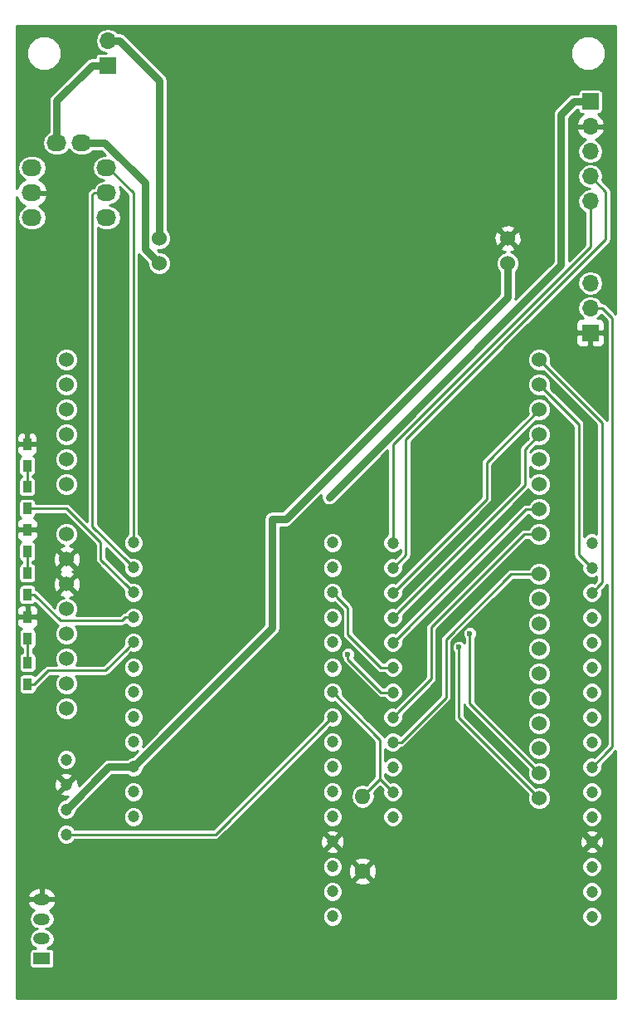
<source format=gbr>
G04 #@! TF.FileFunction,Copper,L1,Top,Signal*
%FSLAX46Y46*%
G04 Gerber Fmt 4.6, Leading zero omitted, Abs format (unit mm)*
G04 Created by KiCad (PCBNEW 4.0.5) date 03/14/17 11:21:07*
%MOMM*%
%LPD*%
G01*
G04 APERTURE LIST*
%ADD10C,0.100000*%
%ADD11O,2.032000X1.727200*%
%ADD12R,1.700000X1.200000*%
%ADD13O,1.700000X1.200000*%
%ADD14C,1.200000*%
%ADD15C,1.524000*%
%ADD16R,1.700000X1.700000*%
%ADD17O,1.700000X1.700000*%
%ADD18C,1.600000*%
%ADD19O,1.600000X1.600000*%
%ADD20R,0.900000X1.200000*%
%ADD21C,0.600000*%
%ADD22C,0.800000*%
%ADD23C,0.250000*%
%ADD24C,0.254000*%
G04 APERTURE END LIST*
D10*
D11*
X59620000Y-64920000D03*
X59620000Y-67460000D03*
X59620000Y-70000000D03*
X57080000Y-62380000D03*
X54540000Y-62380000D03*
X52000000Y-64920000D03*
X52000000Y-67460000D03*
X52000000Y-70000000D03*
D12*
X53000000Y-145500000D03*
D13*
X53000000Y-143500000D03*
X53000000Y-141500000D03*
X53000000Y-139500000D03*
D14*
X82670000Y-141240000D03*
X82670000Y-138700000D03*
X82670000Y-136160000D03*
X82670000Y-133620000D03*
X62350000Y-131080000D03*
X82670000Y-131080000D03*
X62350000Y-128540000D03*
X82670000Y-128540000D03*
X62350000Y-126000000D03*
X82670000Y-126000000D03*
X62350000Y-123460000D03*
X82670000Y-123460000D03*
X62350000Y-120920000D03*
X82670000Y-120920000D03*
X62350000Y-118380000D03*
X82670000Y-118380000D03*
X62350000Y-115840000D03*
X82670000Y-115840000D03*
X62350000Y-113300000D03*
X82670000Y-113300000D03*
X62350000Y-110760000D03*
X82670000Y-110760000D03*
X62350000Y-108220000D03*
X82670000Y-108220000D03*
X62350000Y-105680000D03*
X82670000Y-105680000D03*
X62350000Y-103140000D03*
X82670000Y-103140000D03*
D15*
X65000000Y-74660000D03*
X65000000Y-72120000D03*
X100560000Y-72120000D03*
X100560000Y-74660000D03*
D14*
X109160000Y-141250000D03*
X109160000Y-138710000D03*
X109160000Y-136170000D03*
X109160000Y-133630000D03*
X88840000Y-131090000D03*
X109160000Y-131090000D03*
X88840000Y-128550000D03*
X109160000Y-128550000D03*
X88840000Y-126010000D03*
X109160000Y-126010000D03*
X88840000Y-123470000D03*
X109160000Y-123470000D03*
X88840000Y-120930000D03*
X109160000Y-120930000D03*
X88840000Y-118390000D03*
X109160000Y-118390000D03*
X88840000Y-115850000D03*
X109160000Y-115850000D03*
X88840000Y-113310000D03*
X109160000Y-113310000D03*
X88840000Y-110770000D03*
X109160000Y-110770000D03*
X88840000Y-108230000D03*
X109160000Y-108230000D03*
X88840000Y-105690000D03*
X109160000Y-105690000D03*
X88840000Y-103150000D03*
X109160000Y-103150000D03*
D16*
X109000000Y-58170000D03*
D17*
X109000000Y-60710000D03*
X109000000Y-63250000D03*
X109000000Y-65790000D03*
X109000000Y-68330000D03*
D18*
X85750000Y-136620000D03*
D19*
X85750000Y-129000000D03*
D14*
X55500000Y-125250000D03*
X55500000Y-127790000D03*
X55500000Y-130330000D03*
X55500000Y-132870000D03*
D15*
X55540000Y-84500000D03*
X55540000Y-87040000D03*
X55540000Y-89580000D03*
X55540000Y-97200000D03*
X55540000Y-94660000D03*
X55540000Y-92120000D03*
X55540000Y-102280000D03*
X55540000Y-104820000D03*
X55540000Y-107360000D03*
X55540000Y-112440000D03*
X55540000Y-114980000D03*
X103800000Y-84500000D03*
X103800000Y-87040000D03*
X103800000Y-89580000D03*
X103800000Y-92120000D03*
X103800000Y-94660000D03*
X103800000Y-97200000D03*
X103800000Y-99740000D03*
X103800000Y-102280000D03*
X103800000Y-106344000D03*
X103800000Y-108884000D03*
X103800000Y-111424000D03*
X103800000Y-113964000D03*
X103800000Y-116504000D03*
X103800000Y-119044000D03*
X103800000Y-121584000D03*
X103800000Y-124124000D03*
X55540000Y-109900000D03*
X103800000Y-126664000D03*
X103800000Y-129204000D03*
X55540000Y-117520000D03*
X55540000Y-120060000D03*
D16*
X109000000Y-81750000D03*
D17*
X109000000Y-79210000D03*
X109000000Y-76670000D03*
D20*
X51500000Y-93100000D03*
X51500000Y-95300000D03*
X51514580Y-101811994D03*
X51514580Y-104011994D03*
X51541598Y-110703572D03*
X51541598Y-112903572D03*
X51500000Y-99650000D03*
X51500000Y-97450000D03*
X51514580Y-108411994D03*
X51514580Y-106211994D03*
X51541598Y-117553572D03*
X51541598Y-115353572D03*
D16*
X59750000Y-54500000D03*
D17*
X59750000Y-51960000D03*
D21*
X77910000Y-100750000D03*
X76500000Y-100750000D03*
X106000000Y-70000000D03*
X82323762Y-98500000D03*
X96699990Y-112392040D03*
X95600000Y-113800000D03*
X84250000Y-114500000D03*
D22*
X54540000Y-62380000D02*
X54540000Y-58060000D01*
X54540000Y-58060000D02*
X58100000Y-54500000D01*
X58100000Y-54500000D02*
X59750000Y-54500000D01*
X65000000Y-74660000D02*
X63537999Y-73197999D01*
X63537999Y-73197999D02*
X63537999Y-66474321D01*
X63537999Y-66474321D02*
X59443678Y-62380000D01*
X59443678Y-62380000D02*
X57080000Y-62380000D01*
X100560000Y-74660000D02*
X100560000Y-78100000D01*
X100560000Y-78100000D02*
X77910000Y-100750000D01*
X76500000Y-100750000D02*
X77910000Y-100750000D01*
X76500000Y-100750000D02*
X76500000Y-102250000D01*
X76500000Y-102250000D02*
X76500000Y-111850000D01*
X55500000Y-130330000D02*
X59830000Y-126000000D01*
X59830000Y-126000000D02*
X62350000Y-126000000D01*
X76500000Y-111850000D02*
X62350000Y-126000000D01*
D23*
X62350000Y-103140000D02*
X62350000Y-67497600D01*
X62350000Y-67497600D02*
X59772400Y-64920000D01*
X59772400Y-64920000D02*
X59620000Y-64920000D01*
X59620000Y-67460000D02*
X58354000Y-67460000D01*
X58354000Y-67460000D02*
X58178990Y-67635010D01*
X58178990Y-67635010D02*
X58178990Y-101508990D01*
X58178990Y-101508990D02*
X61750001Y-105080001D01*
X61750001Y-105080001D02*
X62350000Y-105680000D01*
X82670000Y-120920000D02*
X70720000Y-132870000D01*
X70720000Y-132870000D02*
X55500000Y-132870000D01*
X87514999Y-127224999D02*
X87514999Y-123224999D01*
X87514999Y-123224999D02*
X82670000Y-118380000D01*
X85750000Y-129000000D02*
X86549999Y-128200001D01*
X86549999Y-128200001D02*
X86549999Y-128189999D01*
X86549999Y-128189999D02*
X87514999Y-127224999D01*
X88840000Y-128550000D02*
X87514999Y-127224999D01*
X53000000Y-145500000D02*
X52750000Y-145500000D01*
X53000000Y-143500000D02*
X52750000Y-143500000D01*
D22*
X106000000Y-70000000D02*
X106000000Y-59520000D01*
X106000000Y-59520000D02*
X107350000Y-58170000D01*
X107350000Y-58170000D02*
X109000000Y-58170000D01*
X106000000Y-70000000D02*
X106000000Y-73500000D01*
X106000000Y-74823762D02*
X106000000Y-73924264D01*
X106000000Y-73924264D02*
X106000000Y-73500000D01*
X82323762Y-98500000D02*
X106000000Y-74823762D01*
D23*
X109759999Y-107630001D02*
X109160000Y-108230000D01*
X110185001Y-90885001D02*
X110185001Y-107204999D01*
X103800000Y-84500000D02*
X110185001Y-90885001D01*
X110185001Y-107204999D02*
X109759999Y-107630001D01*
X104561999Y-87801999D02*
X103800000Y-87040000D01*
X107834999Y-91074999D02*
X104561999Y-87801999D01*
X107834999Y-104364999D02*
X107834999Y-91074999D01*
X109160000Y-105690000D02*
X107834999Y-104364999D01*
X88840000Y-108230000D02*
X98400000Y-98670000D01*
X98400000Y-98670000D02*
X98400000Y-94980000D01*
X98400000Y-94980000D02*
X103800000Y-89580000D01*
X103800000Y-92120000D02*
X102312999Y-93607001D01*
X102312999Y-93607001D02*
X102312999Y-97297001D01*
X89439999Y-110170001D02*
X88840000Y-110770000D01*
X102312999Y-97297001D02*
X89439999Y-110170001D01*
X102410000Y-99740000D02*
X103800000Y-99740000D01*
X88840000Y-113310000D02*
X102410000Y-99740000D01*
X103800000Y-102280000D02*
X102220000Y-102280000D01*
X102220000Y-102280000D02*
X92750000Y-111750000D01*
X92750000Y-111750000D02*
X92750000Y-117020000D01*
X92750000Y-117020000D02*
X89439999Y-120330001D01*
X88840000Y-120930000D02*
X89439999Y-120330001D01*
X89439999Y-120330001D02*
X89439999Y-120310001D01*
X94250000Y-118908528D02*
X94250000Y-112980000D01*
X94250000Y-112980000D02*
X100886000Y-106344000D01*
X88840000Y-123470000D02*
X89688528Y-123470000D01*
X89688528Y-123470000D02*
X94250000Y-118908528D01*
X100886000Y-106344000D02*
X103800000Y-106344000D01*
X109000000Y-72990502D02*
X109000000Y-68330000D01*
X88840000Y-93150502D02*
X109000000Y-72990502D01*
X88840000Y-103150000D02*
X88840000Y-93150502D01*
X96699990Y-119563990D02*
X96699990Y-112816304D01*
X96699990Y-112816304D02*
X96699990Y-112392040D01*
X103800000Y-126664000D02*
X96699990Y-119563990D01*
X110575001Y-72193333D02*
X110575001Y-67365001D01*
X110575001Y-67365001D02*
X109000000Y-65790000D01*
X90165001Y-104364999D02*
X90165001Y-92603333D01*
X88840000Y-105690000D02*
X90165001Y-104364999D01*
X90165001Y-92603333D02*
X110575001Y-72193333D01*
X103800000Y-129204000D02*
X95600000Y-121004000D01*
X95600000Y-121004000D02*
X95600000Y-113800000D01*
X87640000Y-118390000D02*
X84250000Y-115000000D01*
X84250000Y-115000000D02*
X84250000Y-114500000D01*
X88840000Y-118390000D02*
X87640000Y-118390000D01*
X84250000Y-112500000D02*
X84250000Y-109800000D01*
X84250000Y-109800000D02*
X83269999Y-108819999D01*
X87600000Y-115850000D02*
X84250000Y-112500000D01*
X88840000Y-115850000D02*
X87600000Y-115850000D01*
X83269999Y-108819999D02*
X82670000Y-108220000D01*
X111250000Y-80257919D02*
X111250000Y-123920000D01*
X111250000Y-123920000D02*
X110735012Y-124434988D01*
X109000000Y-79210000D02*
X110202081Y-79210000D01*
X110202081Y-79210000D02*
X111250000Y-80257919D01*
X109160000Y-126010000D02*
X110735012Y-124434988D01*
X51500000Y-95300000D02*
X51500000Y-97450000D01*
X51514580Y-104011994D02*
X51514580Y-106211994D01*
X51541598Y-115353572D02*
X51541598Y-112903572D01*
X55542168Y-99650000D02*
X59000000Y-103107832D01*
X51500000Y-99650000D02*
X55542168Y-99650000D01*
X61750001Y-107620001D02*
X62350000Y-108220000D01*
X59000000Y-103107832D02*
X59000000Y-104870000D01*
X59000000Y-104870000D02*
X61750001Y-107620001D01*
X62350000Y-110760000D02*
X61501472Y-110760000D01*
X61501472Y-110760000D02*
X61174471Y-111087001D01*
X52214580Y-108411994D02*
X51514580Y-108411994D01*
X61174471Y-111087001D02*
X54889587Y-111087001D01*
X54889587Y-111087001D02*
X52214580Y-108411994D01*
X51541598Y-117553572D02*
X52241598Y-117553572D01*
X52241598Y-117553572D02*
X53628169Y-116167001D01*
X53628169Y-116167001D02*
X59482999Y-116167001D01*
X59482999Y-116167001D02*
X61750001Y-113899999D01*
X61750001Y-113899999D02*
X62350000Y-113300000D01*
D22*
X65000000Y-72120000D02*
X65000000Y-56007919D01*
X65000000Y-56007919D02*
X60952081Y-51960000D01*
X60952081Y-51960000D02*
X59750000Y-51960000D01*
D24*
G36*
X111594800Y-79822073D02*
X110592404Y-78819677D01*
X110413323Y-78700018D01*
X110202081Y-78658000D01*
X110162508Y-78658000D01*
X109927993Y-78307025D01*
X109513705Y-78030206D01*
X109060209Y-77940000D01*
X109513705Y-77849794D01*
X109927993Y-77572975D01*
X110204812Y-77158687D01*
X110302018Y-76670000D01*
X110204812Y-76181313D01*
X109927993Y-75767025D01*
X109513705Y-75490206D01*
X109025018Y-75393000D01*
X108974982Y-75393000D01*
X108486295Y-75490206D01*
X108072007Y-75767025D01*
X107795188Y-76181313D01*
X107697982Y-76670000D01*
X107795188Y-77158687D01*
X108072007Y-77572975D01*
X108486295Y-77849794D01*
X108939791Y-77940000D01*
X108486295Y-78030206D01*
X108072007Y-78307025D01*
X107795188Y-78721313D01*
X107697982Y-79210000D01*
X107795188Y-79698687D01*
X108072007Y-80112975D01*
X108299528Y-80265000D01*
X108023691Y-80265000D01*
X107790302Y-80361673D01*
X107611673Y-80540301D01*
X107515000Y-80773690D01*
X107515000Y-81464250D01*
X107673750Y-81623000D01*
X108873000Y-81623000D01*
X108873000Y-81603000D01*
X109127000Y-81603000D01*
X109127000Y-81623000D01*
X110326250Y-81623000D01*
X110485000Y-81464250D01*
X110485000Y-80773690D01*
X110388327Y-80540301D01*
X110209698Y-80361673D01*
X109976309Y-80265000D01*
X109700472Y-80265000D01*
X109927993Y-80112975D01*
X110086776Y-79875341D01*
X110698000Y-80486565D01*
X110698000Y-90688928D01*
X110694983Y-90673760D01*
X110694983Y-90673759D01*
X110575324Y-90494678D01*
X104938737Y-84858091D01*
X104988793Y-84737544D01*
X104989206Y-84264531D01*
X104808573Y-83827365D01*
X104474394Y-83492603D01*
X104037544Y-83311207D01*
X103564531Y-83310794D01*
X103127365Y-83491427D01*
X102792603Y-83825606D01*
X102611207Y-84262456D01*
X102610794Y-84735469D01*
X102791427Y-85172635D01*
X103125606Y-85507397D01*
X103562456Y-85688793D01*
X104035469Y-85689206D01*
X104157951Y-85638597D01*
X109633001Y-91113647D01*
X109633001Y-102234389D01*
X109365179Y-102123179D01*
X108956613Y-102122822D01*
X108579011Y-102278844D01*
X108386999Y-102470522D01*
X108386999Y-91074999D01*
X108358315Y-90930794D01*
X108344981Y-90863757D01*
X108225322Y-90684676D01*
X104938737Y-87398091D01*
X104988793Y-87277544D01*
X104989206Y-86804531D01*
X104808573Y-86367365D01*
X104474394Y-86032603D01*
X104037544Y-85851207D01*
X103564531Y-85850794D01*
X103127365Y-86031427D01*
X102792603Y-86365606D01*
X102611207Y-86802456D01*
X102610794Y-87275469D01*
X102791427Y-87712635D01*
X103125606Y-88047397D01*
X103562456Y-88228793D01*
X104035469Y-88229206D01*
X104157951Y-88178597D01*
X107282999Y-91303645D01*
X107282999Y-104364999D01*
X107325017Y-104576241D01*
X107444676Y-104755322D01*
X108145207Y-105455853D01*
X108133179Y-105484821D01*
X108132822Y-105893387D01*
X108288844Y-106270989D01*
X108577492Y-106560140D01*
X108954821Y-106716821D01*
X109363387Y-106717178D01*
X109633001Y-106605776D01*
X109633001Y-106976353D01*
X109394147Y-107215207D01*
X109365179Y-107203179D01*
X108956613Y-107202822D01*
X108579011Y-107358844D01*
X108289860Y-107647492D01*
X108133179Y-108024821D01*
X108132822Y-108433387D01*
X108288844Y-108810989D01*
X108577492Y-109100140D01*
X108954821Y-109256821D01*
X109363387Y-109257178D01*
X109740989Y-109101156D01*
X110030140Y-108812508D01*
X110186821Y-108435179D01*
X110187178Y-108026613D01*
X110174563Y-107996083D01*
X110575324Y-107595322D01*
X110694983Y-107416240D01*
X110698000Y-107401072D01*
X110698000Y-123691354D01*
X109394147Y-124995207D01*
X109365179Y-124983179D01*
X108956613Y-124982822D01*
X108579011Y-125138844D01*
X108289860Y-125427492D01*
X108133179Y-125804821D01*
X108132822Y-126213387D01*
X108288844Y-126590989D01*
X108577492Y-126880140D01*
X108954821Y-127036821D01*
X109363387Y-127037178D01*
X109740989Y-126881156D01*
X110030140Y-126592508D01*
X110186821Y-126215179D01*
X110187178Y-125806613D01*
X110174563Y-125776083D01*
X111594800Y-124355846D01*
X111594800Y-149594800D01*
X50405200Y-149594800D01*
X50405200Y-139817609D01*
X51556538Y-139817609D01*
X51571714Y-139909376D01*
X51818067Y-140329125D01*
X52206299Y-140622647D01*
X52219758Y-140626151D01*
X51998783Y-140773801D01*
X51776158Y-141106984D01*
X51697982Y-141500000D01*
X51776158Y-141893016D01*
X51998783Y-142226199D01*
X52331966Y-142448824D01*
X52589244Y-142500000D01*
X52331966Y-142551176D01*
X51998783Y-142773801D01*
X51776158Y-143106984D01*
X51697982Y-143500000D01*
X51776158Y-143893016D01*
X51998783Y-144226199D01*
X52331966Y-144448824D01*
X52411453Y-144464635D01*
X52150000Y-144464635D01*
X51991763Y-144494409D01*
X51846433Y-144587927D01*
X51748936Y-144730619D01*
X51714635Y-144900000D01*
X51714635Y-146100000D01*
X51744409Y-146258237D01*
X51837927Y-146403567D01*
X51980619Y-146501064D01*
X52150000Y-146535365D01*
X53850000Y-146535365D01*
X54008237Y-146505591D01*
X54153567Y-146412073D01*
X54251064Y-146269381D01*
X54285365Y-146100000D01*
X54285365Y-144900000D01*
X54255591Y-144741763D01*
X54162073Y-144596433D01*
X54019381Y-144498936D01*
X53850000Y-144464635D01*
X53588547Y-144464635D01*
X53668034Y-144448824D01*
X54001217Y-144226199D01*
X54223842Y-143893016D01*
X54302018Y-143500000D01*
X54223842Y-143106984D01*
X54001217Y-142773801D01*
X53668034Y-142551176D01*
X53410756Y-142500000D01*
X53668034Y-142448824D01*
X54001217Y-142226199D01*
X54223842Y-141893016D01*
X54302018Y-141500000D01*
X54290757Y-141443387D01*
X81642822Y-141443387D01*
X81798844Y-141820989D01*
X82087492Y-142110140D01*
X82464821Y-142266821D01*
X82873387Y-142267178D01*
X83250989Y-142111156D01*
X83540140Y-141822508D01*
X83693412Y-141453387D01*
X108132822Y-141453387D01*
X108288844Y-141830989D01*
X108577492Y-142120140D01*
X108954821Y-142276821D01*
X109363387Y-142277178D01*
X109740989Y-142121156D01*
X110030140Y-141832508D01*
X110186821Y-141455179D01*
X110187178Y-141046613D01*
X110031156Y-140669011D01*
X109742508Y-140379860D01*
X109365179Y-140223179D01*
X108956613Y-140222822D01*
X108579011Y-140378844D01*
X108289860Y-140667492D01*
X108133179Y-141044821D01*
X108132822Y-141453387D01*
X83693412Y-141453387D01*
X83696821Y-141445179D01*
X83697178Y-141036613D01*
X83541156Y-140659011D01*
X83252508Y-140369860D01*
X82875179Y-140213179D01*
X82466613Y-140212822D01*
X82089011Y-140368844D01*
X81799860Y-140657492D01*
X81643179Y-141034821D01*
X81642822Y-141443387D01*
X54290757Y-141443387D01*
X54223842Y-141106984D01*
X54001217Y-140773801D01*
X53780242Y-140626151D01*
X53793701Y-140622647D01*
X54181933Y-140329125D01*
X54428286Y-139909376D01*
X54443462Y-139817609D01*
X54318731Y-139627000D01*
X53127000Y-139627000D01*
X53127000Y-139647000D01*
X52873000Y-139647000D01*
X52873000Y-139627000D01*
X51681269Y-139627000D01*
X51556538Y-139817609D01*
X50405200Y-139817609D01*
X50405200Y-139182391D01*
X51556538Y-139182391D01*
X51681269Y-139373000D01*
X52873000Y-139373000D01*
X52873000Y-138417453D01*
X53127000Y-138417453D01*
X53127000Y-139373000D01*
X54318731Y-139373000D01*
X54443462Y-139182391D01*
X54428286Y-139090624D01*
X54318396Y-138903387D01*
X81642822Y-138903387D01*
X81798844Y-139280989D01*
X82087492Y-139570140D01*
X82464821Y-139726821D01*
X82873387Y-139727178D01*
X83250989Y-139571156D01*
X83540140Y-139282508D01*
X83693412Y-138913387D01*
X108132822Y-138913387D01*
X108288844Y-139290989D01*
X108577492Y-139580140D01*
X108954821Y-139736821D01*
X109363387Y-139737178D01*
X109740989Y-139581156D01*
X110030140Y-139292508D01*
X110186821Y-138915179D01*
X110187178Y-138506613D01*
X110031156Y-138129011D01*
X109742508Y-137839860D01*
X109365179Y-137683179D01*
X108956613Y-137682822D01*
X108579011Y-137838844D01*
X108289860Y-138127492D01*
X108133179Y-138504821D01*
X108132822Y-138913387D01*
X83693412Y-138913387D01*
X83696821Y-138905179D01*
X83697178Y-138496613D01*
X83541156Y-138119011D01*
X83252508Y-137829860D01*
X82875179Y-137673179D01*
X82466613Y-137672822D01*
X82089011Y-137828844D01*
X81799860Y-138117492D01*
X81643179Y-138494821D01*
X81642822Y-138903387D01*
X54318396Y-138903387D01*
X54181933Y-138670875D01*
X53793701Y-138377353D01*
X53322696Y-138254744D01*
X53127000Y-138417453D01*
X52873000Y-138417453D01*
X52677304Y-138254744D01*
X52206299Y-138377353D01*
X51818067Y-138670875D01*
X51571714Y-139090624D01*
X51556538Y-139182391D01*
X50405200Y-139182391D01*
X50405200Y-137627745D01*
X84921861Y-137627745D01*
X84995995Y-137873864D01*
X85533223Y-138066965D01*
X86103454Y-138039778D01*
X86504005Y-137873864D01*
X86578139Y-137627745D01*
X85750000Y-136799605D01*
X84921861Y-137627745D01*
X50405200Y-137627745D01*
X50405200Y-136363387D01*
X81642822Y-136363387D01*
X81798844Y-136740989D01*
X82087492Y-137030140D01*
X82464821Y-137186821D01*
X82873387Y-137187178D01*
X83250989Y-137031156D01*
X83540140Y-136742508D01*
X83681023Y-136403223D01*
X84303035Y-136403223D01*
X84330222Y-136973454D01*
X84496136Y-137374005D01*
X84742255Y-137448139D01*
X85570395Y-136620000D01*
X85929605Y-136620000D01*
X86757745Y-137448139D01*
X87003864Y-137374005D01*
X87196965Y-136836777D01*
X87174872Y-136373387D01*
X108132822Y-136373387D01*
X108288844Y-136750989D01*
X108577492Y-137040140D01*
X108954821Y-137196821D01*
X109363387Y-137197178D01*
X109740989Y-137041156D01*
X110030140Y-136752508D01*
X110186821Y-136375179D01*
X110187178Y-135966613D01*
X110031156Y-135589011D01*
X109742508Y-135299860D01*
X109365179Y-135143179D01*
X108956613Y-135142822D01*
X108579011Y-135298844D01*
X108289860Y-135587492D01*
X108133179Y-135964821D01*
X108132822Y-136373387D01*
X87174872Y-136373387D01*
X87169778Y-136266546D01*
X87003864Y-135865995D01*
X86757745Y-135791861D01*
X85929605Y-136620000D01*
X85570395Y-136620000D01*
X84742255Y-135791861D01*
X84496136Y-135865995D01*
X84303035Y-136403223D01*
X83681023Y-136403223D01*
X83696821Y-136365179D01*
X83697178Y-135956613D01*
X83554893Y-135612255D01*
X84921861Y-135612255D01*
X85750000Y-136440395D01*
X86578139Y-135612255D01*
X86504005Y-135366136D01*
X85966777Y-135173035D01*
X85396546Y-135200222D01*
X84995995Y-135366136D01*
X84921861Y-135612255D01*
X83554893Y-135612255D01*
X83541156Y-135579011D01*
X83252508Y-135289860D01*
X82875179Y-135133179D01*
X82466613Y-135132822D01*
X82089011Y-135288844D01*
X81799860Y-135577492D01*
X81643179Y-135954821D01*
X81642822Y-136363387D01*
X50405200Y-136363387D01*
X50405200Y-134482735D01*
X81986870Y-134482735D01*
X82036383Y-134708164D01*
X82501036Y-134867807D01*
X82991413Y-134837482D01*
X83303617Y-134708164D01*
X83350933Y-134492735D01*
X108476870Y-134492735D01*
X108526383Y-134718164D01*
X108991036Y-134877807D01*
X109481413Y-134847482D01*
X109793617Y-134718164D01*
X109843130Y-134492735D01*
X109160000Y-133809605D01*
X108476870Y-134492735D01*
X83350933Y-134492735D01*
X83353130Y-134482735D01*
X82670000Y-133799605D01*
X81986870Y-134482735D01*
X50405200Y-134482735D01*
X50405200Y-133073387D01*
X54472822Y-133073387D01*
X54628844Y-133450989D01*
X54917492Y-133740140D01*
X55294821Y-133896821D01*
X55703387Y-133897178D01*
X56080989Y-133741156D01*
X56370140Y-133452508D01*
X56370751Y-133451036D01*
X81422193Y-133451036D01*
X81452518Y-133941413D01*
X81581836Y-134253617D01*
X81807265Y-134303130D01*
X82490395Y-133620000D01*
X82849605Y-133620000D01*
X83532735Y-134303130D01*
X83758164Y-134253617D01*
X83917807Y-133788964D01*
X83897528Y-133461036D01*
X107912193Y-133461036D01*
X107942518Y-133951413D01*
X108071836Y-134263617D01*
X108297265Y-134313130D01*
X108980395Y-133630000D01*
X109339605Y-133630000D01*
X110022735Y-134313130D01*
X110248164Y-134263617D01*
X110407807Y-133798964D01*
X110377482Y-133308587D01*
X110248164Y-132996383D01*
X110022735Y-132946870D01*
X109339605Y-133630000D01*
X108980395Y-133630000D01*
X108297265Y-132946870D01*
X108071836Y-132996383D01*
X107912193Y-133461036D01*
X83897528Y-133461036D01*
X83887482Y-133298587D01*
X83758164Y-132986383D01*
X83532735Y-132936870D01*
X82849605Y-133620000D01*
X82490395Y-133620000D01*
X81807265Y-132936870D01*
X81581836Y-132986383D01*
X81422193Y-133451036D01*
X56370751Y-133451036D01*
X56382808Y-133422000D01*
X70720000Y-133422000D01*
X70931242Y-133379982D01*
X71110323Y-133260323D01*
X71613381Y-132757265D01*
X81986870Y-132757265D01*
X82670000Y-133440395D01*
X83343130Y-132767265D01*
X108476870Y-132767265D01*
X109160000Y-133450395D01*
X109843130Y-132767265D01*
X109793617Y-132541836D01*
X109328964Y-132382193D01*
X108838587Y-132412518D01*
X108526383Y-132541836D01*
X108476870Y-132767265D01*
X83343130Y-132767265D01*
X83353130Y-132757265D01*
X83303617Y-132531836D01*
X82838964Y-132372193D01*
X82348587Y-132402518D01*
X82036383Y-132531836D01*
X81986870Y-132757265D01*
X71613381Y-132757265D01*
X73087259Y-131283387D01*
X81642822Y-131283387D01*
X81798844Y-131660989D01*
X82087492Y-131950140D01*
X82464821Y-132106821D01*
X82873387Y-132107178D01*
X83250989Y-131951156D01*
X83540140Y-131662508D01*
X83693412Y-131293387D01*
X87812822Y-131293387D01*
X87968844Y-131670989D01*
X88257492Y-131960140D01*
X88634821Y-132116821D01*
X89043387Y-132117178D01*
X89420989Y-131961156D01*
X89710140Y-131672508D01*
X89866821Y-131295179D01*
X89866822Y-131293387D01*
X108132822Y-131293387D01*
X108288844Y-131670989D01*
X108577492Y-131960140D01*
X108954821Y-132116821D01*
X109363387Y-132117178D01*
X109740989Y-131961156D01*
X110030140Y-131672508D01*
X110186821Y-131295179D01*
X110187178Y-130886613D01*
X110031156Y-130509011D01*
X109742508Y-130219860D01*
X109365179Y-130063179D01*
X108956613Y-130062822D01*
X108579011Y-130218844D01*
X108289860Y-130507492D01*
X108133179Y-130884821D01*
X108132822Y-131293387D01*
X89866822Y-131293387D01*
X89867178Y-130886613D01*
X89711156Y-130509011D01*
X89422508Y-130219860D01*
X89045179Y-130063179D01*
X88636613Y-130062822D01*
X88259011Y-130218844D01*
X87969860Y-130507492D01*
X87813179Y-130884821D01*
X87812822Y-131293387D01*
X83693412Y-131293387D01*
X83696821Y-131285179D01*
X83697178Y-130876613D01*
X83541156Y-130499011D01*
X83252508Y-130209860D01*
X82875179Y-130053179D01*
X82466613Y-130052822D01*
X82089011Y-130208844D01*
X81799860Y-130497492D01*
X81643179Y-130874821D01*
X81642822Y-131283387D01*
X73087259Y-131283387D01*
X75627259Y-128743387D01*
X81642822Y-128743387D01*
X81798844Y-129120989D01*
X82087492Y-129410140D01*
X82464821Y-129566821D01*
X82873387Y-129567178D01*
X83250989Y-129411156D01*
X83540140Y-129122508D01*
X83696821Y-128745179D01*
X83697178Y-128336613D01*
X83541156Y-127959011D01*
X83252508Y-127669860D01*
X82875179Y-127513179D01*
X82466613Y-127512822D01*
X82089011Y-127668844D01*
X81799860Y-127957492D01*
X81643179Y-128334821D01*
X81642822Y-128743387D01*
X75627259Y-128743387D01*
X78167259Y-126203387D01*
X81642822Y-126203387D01*
X81798844Y-126580989D01*
X82087492Y-126870140D01*
X82464821Y-127026821D01*
X82873387Y-127027178D01*
X83250989Y-126871156D01*
X83540140Y-126582508D01*
X83696821Y-126205179D01*
X83697178Y-125796613D01*
X83541156Y-125419011D01*
X83252508Y-125129860D01*
X82875179Y-124973179D01*
X82466613Y-124972822D01*
X82089011Y-125128844D01*
X81799860Y-125417492D01*
X81643179Y-125794821D01*
X81642822Y-126203387D01*
X78167259Y-126203387D01*
X80707259Y-123663387D01*
X81642822Y-123663387D01*
X81798844Y-124040989D01*
X82087492Y-124330140D01*
X82464821Y-124486821D01*
X82873387Y-124487178D01*
X83250989Y-124331156D01*
X83540140Y-124042508D01*
X83696821Y-123665179D01*
X83697178Y-123256613D01*
X83541156Y-122879011D01*
X83252508Y-122589860D01*
X82875179Y-122433179D01*
X82466613Y-122432822D01*
X82089011Y-122588844D01*
X81799860Y-122877492D01*
X81643179Y-123254821D01*
X81642822Y-123663387D01*
X80707259Y-123663387D01*
X82435853Y-121934793D01*
X82464821Y-121946821D01*
X82873387Y-121947178D01*
X83250989Y-121791156D01*
X83540140Y-121502508D01*
X83696821Y-121125179D01*
X83697178Y-120716613D01*
X83541156Y-120339011D01*
X83252508Y-120049860D01*
X82875179Y-119893179D01*
X82466613Y-119892822D01*
X82089011Y-120048844D01*
X81799860Y-120337492D01*
X81643179Y-120714821D01*
X81642822Y-121123387D01*
X81655437Y-121153917D01*
X70491354Y-132318000D01*
X56383134Y-132318000D01*
X56371156Y-132289011D01*
X56082508Y-131999860D01*
X55705179Y-131843179D01*
X55296613Y-131842822D01*
X54919011Y-131998844D01*
X54629860Y-132287492D01*
X54473179Y-132664821D01*
X54472822Y-133073387D01*
X50405200Y-133073387D01*
X50405200Y-130533387D01*
X54472822Y-130533387D01*
X54628844Y-130910989D01*
X54917492Y-131200140D01*
X55294821Y-131356821D01*
X55703387Y-131357178D01*
X55881974Y-131283387D01*
X61322822Y-131283387D01*
X61478844Y-131660989D01*
X61767492Y-131950140D01*
X62144821Y-132106821D01*
X62553387Y-132107178D01*
X62930989Y-131951156D01*
X63220140Y-131662508D01*
X63376821Y-131285179D01*
X63377178Y-130876613D01*
X63221156Y-130499011D01*
X62932508Y-130209860D01*
X62555179Y-130053179D01*
X62146613Y-130052822D01*
X61769011Y-130208844D01*
X61479860Y-130497492D01*
X61323179Y-130874821D01*
X61322822Y-131283387D01*
X55881974Y-131283387D01*
X56080989Y-131201156D01*
X56370140Y-130912508D01*
X56526821Y-130535179D01*
X56526876Y-130472678D01*
X58256167Y-128743387D01*
X61322822Y-128743387D01*
X61478844Y-129120989D01*
X61767492Y-129410140D01*
X62144821Y-129566821D01*
X62553387Y-129567178D01*
X62930989Y-129411156D01*
X63220140Y-129122508D01*
X63376821Y-128745179D01*
X63377178Y-128336613D01*
X63221156Y-127959011D01*
X62932508Y-127669860D01*
X62555179Y-127513179D01*
X62146613Y-127512822D01*
X61769011Y-127668844D01*
X61479860Y-127957492D01*
X61323179Y-128334821D01*
X61322822Y-128743387D01*
X58256167Y-128743387D01*
X60172555Y-126827000D01*
X61724427Y-126827000D01*
X61767492Y-126870140D01*
X62144821Y-127026821D01*
X62553387Y-127027178D01*
X62930989Y-126871156D01*
X63220140Y-126582508D01*
X63376821Y-126205179D01*
X63376876Y-126142678D01*
X70936167Y-118583387D01*
X81642822Y-118583387D01*
X81798844Y-118960989D01*
X82087492Y-119250140D01*
X82464821Y-119406821D01*
X82873387Y-119407178D01*
X82903917Y-119394563D01*
X86962999Y-123453645D01*
X86962999Y-126996353D01*
X86159676Y-127799676D01*
X86141525Y-127826841D01*
X85750000Y-127748962D01*
X85280447Y-127842362D01*
X84882380Y-128108342D01*
X84616400Y-128506409D01*
X84523000Y-128975962D01*
X84523000Y-129024038D01*
X84616400Y-129493591D01*
X84882380Y-129891658D01*
X85280447Y-130157638D01*
X85750000Y-130251038D01*
X86219553Y-130157638D01*
X86617620Y-129891658D01*
X86883600Y-129493591D01*
X86977000Y-129024038D01*
X86977000Y-128975962D01*
X86906933Y-128623713D01*
X86940322Y-128590324D01*
X86960463Y-128560181D01*
X87514999Y-128005645D01*
X87825207Y-128315853D01*
X87813179Y-128344821D01*
X87812822Y-128753387D01*
X87968844Y-129130989D01*
X88257492Y-129420140D01*
X88634821Y-129576821D01*
X89043387Y-129577178D01*
X89420989Y-129421156D01*
X89710140Y-129132508D01*
X89866821Y-128755179D01*
X89867178Y-128346613D01*
X89711156Y-127969011D01*
X89422508Y-127679860D01*
X89045179Y-127523179D01*
X88636613Y-127522822D01*
X88606083Y-127535437D01*
X88066999Y-126996353D01*
X88066999Y-126689315D01*
X88257492Y-126880140D01*
X88634821Y-127036821D01*
X89043387Y-127037178D01*
X89420989Y-126881156D01*
X89710140Y-126592508D01*
X89866821Y-126215179D01*
X89867178Y-125806613D01*
X89711156Y-125429011D01*
X89422508Y-125139860D01*
X89045179Y-124983179D01*
X88636613Y-124982822D01*
X88259011Y-125138844D01*
X88066999Y-125330522D01*
X88066999Y-124149315D01*
X88257492Y-124340140D01*
X88634821Y-124496821D01*
X89043387Y-124497178D01*
X89420989Y-124341156D01*
X89710140Y-124052508D01*
X89725894Y-124014567D01*
X89899770Y-123979982D01*
X90078851Y-123860323D01*
X94640323Y-119298851D01*
X94759982Y-119119769D01*
X94802000Y-118908528D01*
X94802000Y-113943975D01*
X94872874Y-113943975D01*
X94983320Y-114211275D01*
X95048000Y-114276068D01*
X95048000Y-121004000D01*
X95090018Y-121215242D01*
X95209677Y-121394323D01*
X102661263Y-128845909D01*
X102611207Y-128966456D01*
X102610794Y-129439469D01*
X102791427Y-129876635D01*
X103125606Y-130211397D01*
X103562456Y-130392793D01*
X104035469Y-130393206D01*
X104472635Y-130212573D01*
X104807397Y-129878394D01*
X104988793Y-129441544D01*
X104989206Y-128968531D01*
X104900311Y-128753387D01*
X108132822Y-128753387D01*
X108288844Y-129130989D01*
X108577492Y-129420140D01*
X108954821Y-129576821D01*
X109363387Y-129577178D01*
X109740989Y-129421156D01*
X110030140Y-129132508D01*
X110186821Y-128755179D01*
X110187178Y-128346613D01*
X110031156Y-127969011D01*
X109742508Y-127679860D01*
X109365179Y-127523179D01*
X108956613Y-127522822D01*
X108579011Y-127678844D01*
X108289860Y-127967492D01*
X108133179Y-128344821D01*
X108132822Y-128753387D01*
X104900311Y-128753387D01*
X104808573Y-128531365D01*
X104474394Y-128196603D01*
X104037544Y-128015207D01*
X103564531Y-128014794D01*
X103442049Y-128065403D01*
X96152000Y-120775354D01*
X96152000Y-119584150D01*
X96190008Y-119775232D01*
X96309667Y-119954313D01*
X102661263Y-126305909D01*
X102611207Y-126426456D01*
X102610794Y-126899469D01*
X102791427Y-127336635D01*
X103125606Y-127671397D01*
X103562456Y-127852793D01*
X104035469Y-127853206D01*
X104472635Y-127672573D01*
X104807397Y-127338394D01*
X104988793Y-126901544D01*
X104989206Y-126428531D01*
X104808573Y-125991365D01*
X104474394Y-125656603D01*
X104037544Y-125475207D01*
X103564531Y-125474794D01*
X103442049Y-125525403D01*
X102276115Y-124359469D01*
X102610794Y-124359469D01*
X102791427Y-124796635D01*
X103125606Y-125131397D01*
X103562456Y-125312793D01*
X104035469Y-125313206D01*
X104472635Y-125132573D01*
X104807397Y-124798394D01*
X104988793Y-124361544D01*
X104989206Y-123888531D01*
X104900311Y-123673387D01*
X108132822Y-123673387D01*
X108288844Y-124050989D01*
X108577492Y-124340140D01*
X108954821Y-124496821D01*
X109363387Y-124497178D01*
X109740989Y-124341156D01*
X110030140Y-124052508D01*
X110186821Y-123675179D01*
X110187178Y-123266613D01*
X110031156Y-122889011D01*
X109742508Y-122599860D01*
X109365179Y-122443179D01*
X108956613Y-122442822D01*
X108579011Y-122598844D01*
X108289860Y-122887492D01*
X108133179Y-123264821D01*
X108132822Y-123673387D01*
X104900311Y-123673387D01*
X104808573Y-123451365D01*
X104474394Y-123116603D01*
X104037544Y-122935207D01*
X103564531Y-122934794D01*
X103127365Y-123115427D01*
X102792603Y-123449606D01*
X102611207Y-123886456D01*
X102610794Y-124359469D01*
X102276115Y-124359469D01*
X99736115Y-121819469D01*
X102610794Y-121819469D01*
X102791427Y-122256635D01*
X103125606Y-122591397D01*
X103562456Y-122772793D01*
X104035469Y-122773206D01*
X104472635Y-122592573D01*
X104807397Y-122258394D01*
X104988793Y-121821544D01*
X104989206Y-121348531D01*
X104900311Y-121133387D01*
X108132822Y-121133387D01*
X108288844Y-121510989D01*
X108577492Y-121800140D01*
X108954821Y-121956821D01*
X109363387Y-121957178D01*
X109740989Y-121801156D01*
X110030140Y-121512508D01*
X110186821Y-121135179D01*
X110187178Y-120726613D01*
X110031156Y-120349011D01*
X109742508Y-120059860D01*
X109365179Y-119903179D01*
X108956613Y-119902822D01*
X108579011Y-120058844D01*
X108289860Y-120347492D01*
X108133179Y-120724821D01*
X108132822Y-121133387D01*
X104900311Y-121133387D01*
X104808573Y-120911365D01*
X104474394Y-120576603D01*
X104037544Y-120395207D01*
X103564531Y-120394794D01*
X103127365Y-120575427D01*
X102792603Y-120909606D01*
X102611207Y-121346456D01*
X102610794Y-121819469D01*
X99736115Y-121819469D01*
X97251990Y-119335344D01*
X97251990Y-119279469D01*
X102610794Y-119279469D01*
X102791427Y-119716635D01*
X103125606Y-120051397D01*
X103562456Y-120232793D01*
X104035469Y-120233206D01*
X104472635Y-120052573D01*
X104807397Y-119718394D01*
X104988793Y-119281544D01*
X104989206Y-118808531D01*
X104900311Y-118593387D01*
X108132822Y-118593387D01*
X108288844Y-118970989D01*
X108577492Y-119260140D01*
X108954821Y-119416821D01*
X109363387Y-119417178D01*
X109740989Y-119261156D01*
X110030140Y-118972508D01*
X110186821Y-118595179D01*
X110187178Y-118186613D01*
X110031156Y-117809011D01*
X109742508Y-117519860D01*
X109365179Y-117363179D01*
X108956613Y-117362822D01*
X108579011Y-117518844D01*
X108289860Y-117807492D01*
X108133179Y-118184821D01*
X108132822Y-118593387D01*
X104900311Y-118593387D01*
X104808573Y-118371365D01*
X104474394Y-118036603D01*
X104037544Y-117855207D01*
X103564531Y-117854794D01*
X103127365Y-118035427D01*
X102792603Y-118369606D01*
X102611207Y-118806456D01*
X102610794Y-119279469D01*
X97251990Y-119279469D01*
X97251990Y-116739469D01*
X102610794Y-116739469D01*
X102791427Y-117176635D01*
X103125606Y-117511397D01*
X103562456Y-117692793D01*
X104035469Y-117693206D01*
X104472635Y-117512573D01*
X104807397Y-117178394D01*
X104988793Y-116741544D01*
X104989206Y-116268531D01*
X104900311Y-116053387D01*
X108132822Y-116053387D01*
X108288844Y-116430989D01*
X108577492Y-116720140D01*
X108954821Y-116876821D01*
X109363387Y-116877178D01*
X109740989Y-116721156D01*
X110030140Y-116432508D01*
X110186821Y-116055179D01*
X110187178Y-115646613D01*
X110031156Y-115269011D01*
X109742508Y-114979860D01*
X109365179Y-114823179D01*
X108956613Y-114822822D01*
X108579011Y-114978844D01*
X108289860Y-115267492D01*
X108133179Y-115644821D01*
X108132822Y-116053387D01*
X104900311Y-116053387D01*
X104808573Y-115831365D01*
X104474394Y-115496603D01*
X104037544Y-115315207D01*
X103564531Y-115314794D01*
X103127365Y-115495427D01*
X102792603Y-115829606D01*
X102611207Y-116266456D01*
X102610794Y-116739469D01*
X97251990Y-116739469D01*
X97251990Y-114199469D01*
X102610794Y-114199469D01*
X102791427Y-114636635D01*
X103125606Y-114971397D01*
X103562456Y-115152793D01*
X104035469Y-115153206D01*
X104472635Y-114972573D01*
X104807397Y-114638394D01*
X104988793Y-114201544D01*
X104989206Y-113728531D01*
X104900311Y-113513387D01*
X108132822Y-113513387D01*
X108288844Y-113890989D01*
X108577492Y-114180140D01*
X108954821Y-114336821D01*
X109363387Y-114337178D01*
X109740989Y-114181156D01*
X110030140Y-113892508D01*
X110186821Y-113515179D01*
X110187178Y-113106613D01*
X110031156Y-112729011D01*
X109742508Y-112439860D01*
X109365179Y-112283179D01*
X108956613Y-112282822D01*
X108579011Y-112438844D01*
X108289860Y-112727492D01*
X108133179Y-113104821D01*
X108132822Y-113513387D01*
X104900311Y-113513387D01*
X104808573Y-113291365D01*
X104474394Y-112956603D01*
X104037544Y-112775207D01*
X103564531Y-112774794D01*
X103127365Y-112955427D01*
X102792603Y-113289606D01*
X102611207Y-113726456D01*
X102610794Y-114199469D01*
X97251990Y-114199469D01*
X97251990Y-112868240D01*
X97315951Y-112804390D01*
X97426864Y-112537284D01*
X97427116Y-112248065D01*
X97316670Y-111980765D01*
X97112340Y-111776079D01*
X96845234Y-111665166D01*
X96556015Y-111664914D01*
X96288715Y-111775360D01*
X96084029Y-111979690D01*
X95973116Y-112246796D01*
X95972864Y-112536015D01*
X96083310Y-112803315D01*
X96147990Y-112868108D01*
X96147990Y-113319915D01*
X96012350Y-113184039D01*
X95745244Y-113073126D01*
X95456025Y-113072874D01*
X95188725Y-113183320D01*
X94984039Y-113387650D01*
X94873126Y-113654756D01*
X94872874Y-113943975D01*
X94802000Y-113943975D01*
X94802000Y-113208646D01*
X96351177Y-111659469D01*
X102610794Y-111659469D01*
X102791427Y-112096635D01*
X103125606Y-112431397D01*
X103562456Y-112612793D01*
X104035469Y-112613206D01*
X104472635Y-112432573D01*
X104807397Y-112098394D01*
X104988793Y-111661544D01*
X104989206Y-111188531D01*
X104900311Y-110973387D01*
X108132822Y-110973387D01*
X108288844Y-111350989D01*
X108577492Y-111640140D01*
X108954821Y-111796821D01*
X109363387Y-111797178D01*
X109740989Y-111641156D01*
X110030140Y-111352508D01*
X110186821Y-110975179D01*
X110187178Y-110566613D01*
X110031156Y-110189011D01*
X109742508Y-109899860D01*
X109365179Y-109743179D01*
X108956613Y-109742822D01*
X108579011Y-109898844D01*
X108289860Y-110187492D01*
X108133179Y-110564821D01*
X108132822Y-110973387D01*
X104900311Y-110973387D01*
X104808573Y-110751365D01*
X104474394Y-110416603D01*
X104037544Y-110235207D01*
X103564531Y-110234794D01*
X103127365Y-110415427D01*
X102792603Y-110749606D01*
X102611207Y-111186456D01*
X102610794Y-111659469D01*
X96351177Y-111659469D01*
X98891177Y-109119469D01*
X102610794Y-109119469D01*
X102791427Y-109556635D01*
X103125606Y-109891397D01*
X103562456Y-110072793D01*
X104035469Y-110073206D01*
X104472635Y-109892573D01*
X104807397Y-109558394D01*
X104988793Y-109121544D01*
X104989206Y-108648531D01*
X104808573Y-108211365D01*
X104474394Y-107876603D01*
X104037544Y-107695207D01*
X103564531Y-107694794D01*
X103127365Y-107875427D01*
X102792603Y-108209606D01*
X102611207Y-108646456D01*
X102610794Y-109119469D01*
X98891177Y-109119469D01*
X101114646Y-106896000D01*
X102741582Y-106896000D01*
X102791427Y-107016635D01*
X103125606Y-107351397D01*
X103562456Y-107532793D01*
X104035469Y-107533206D01*
X104472635Y-107352573D01*
X104807397Y-107018394D01*
X104988793Y-106581544D01*
X104989206Y-106108531D01*
X104808573Y-105671365D01*
X104474394Y-105336603D01*
X104037544Y-105155207D01*
X103564531Y-105154794D01*
X103127365Y-105335427D01*
X102792603Y-105669606D01*
X102741781Y-105792000D01*
X100886000Y-105792000D01*
X100674758Y-105834018D01*
X100495677Y-105953677D01*
X93859677Y-112589677D01*
X93740018Y-112768758D01*
X93730561Y-112816304D01*
X93698000Y-112980000D01*
X93698000Y-118679882D01*
X89600110Y-122777772D01*
X89422508Y-122599860D01*
X89045179Y-122443179D01*
X88636613Y-122442822D01*
X88259011Y-122598844D01*
X87969860Y-122887492D01*
X87958650Y-122914488D01*
X87905322Y-122834676D01*
X86204033Y-121133387D01*
X87812822Y-121133387D01*
X87968844Y-121510989D01*
X88257492Y-121800140D01*
X88634821Y-121956821D01*
X89043387Y-121957178D01*
X89420989Y-121801156D01*
X89710140Y-121512508D01*
X89866821Y-121135179D01*
X89867178Y-120726613D01*
X89854563Y-120696083D01*
X93140323Y-117410323D01*
X93185754Y-117342331D01*
X93259982Y-117231241D01*
X93302000Y-117020000D01*
X93302000Y-111978646D01*
X102448646Y-102832000D01*
X102741582Y-102832000D01*
X102791427Y-102952635D01*
X103125606Y-103287397D01*
X103562456Y-103468793D01*
X104035469Y-103469206D01*
X104472635Y-103288573D01*
X104807397Y-102954394D01*
X104988793Y-102517544D01*
X104989206Y-102044531D01*
X104808573Y-101607365D01*
X104474394Y-101272603D01*
X104037544Y-101091207D01*
X103564531Y-101090794D01*
X103127365Y-101271427D01*
X102792603Y-101605606D01*
X102741781Y-101728000D01*
X102220000Y-101728000D01*
X102008759Y-101770018D01*
X102008757Y-101770019D01*
X102008758Y-101770019D01*
X101829677Y-101889677D01*
X92359677Y-111359677D01*
X92240018Y-111538758D01*
X92215595Y-111661544D01*
X92198000Y-111750000D01*
X92198000Y-116791354D01*
X89109950Y-119879404D01*
X89063181Y-119910654D01*
X89045179Y-119903179D01*
X88636613Y-119902822D01*
X88259011Y-120058844D01*
X87969860Y-120347492D01*
X87813179Y-120724821D01*
X87812822Y-121133387D01*
X86204033Y-121133387D01*
X83684793Y-118614147D01*
X83696821Y-118585179D01*
X83697178Y-118176613D01*
X83541156Y-117799011D01*
X83252508Y-117509860D01*
X82875179Y-117353179D01*
X82466613Y-117352822D01*
X82089011Y-117508844D01*
X81799860Y-117797492D01*
X81643179Y-118174821D01*
X81642822Y-118583387D01*
X70936167Y-118583387D01*
X73476167Y-116043387D01*
X81642822Y-116043387D01*
X81798844Y-116420989D01*
X82087492Y-116710140D01*
X82464821Y-116866821D01*
X82873387Y-116867178D01*
X83250989Y-116711156D01*
X83540140Y-116422508D01*
X83696821Y-116045179D01*
X83697178Y-115636613D01*
X83541156Y-115259011D01*
X83252508Y-114969860D01*
X82875179Y-114813179D01*
X82466613Y-114812822D01*
X82089011Y-114968844D01*
X81799860Y-115257492D01*
X81643179Y-115634821D01*
X81642822Y-116043387D01*
X73476167Y-116043387D01*
X74875579Y-114643975D01*
X83522874Y-114643975D01*
X83633320Y-114911275D01*
X83698000Y-114976068D01*
X83698000Y-115000000D01*
X83740018Y-115211242D01*
X83859677Y-115390323D01*
X87249677Y-118780323D01*
X87428758Y-118899982D01*
X87640000Y-118942000D01*
X87956866Y-118942000D01*
X87968844Y-118970989D01*
X88257492Y-119260140D01*
X88634821Y-119416821D01*
X89043387Y-119417178D01*
X89420989Y-119261156D01*
X89710140Y-118972508D01*
X89866821Y-118595179D01*
X89867178Y-118186613D01*
X89711156Y-117809011D01*
X89422508Y-117519860D01*
X89045179Y-117363179D01*
X88636613Y-117362822D01*
X88259011Y-117518844D01*
X87969860Y-117807492D01*
X87957192Y-117838000D01*
X87868646Y-117838000D01*
X84888564Y-114857918D01*
X84976874Y-114645244D01*
X84977126Y-114356025D01*
X84866680Y-114088725D01*
X84662350Y-113884039D01*
X84395244Y-113773126D01*
X84106025Y-113772874D01*
X83838725Y-113883320D01*
X83634039Y-114087650D01*
X83523126Y-114354756D01*
X83522874Y-114643975D01*
X74875579Y-114643975D01*
X76016167Y-113503387D01*
X81642822Y-113503387D01*
X81798844Y-113880989D01*
X82087492Y-114170140D01*
X82464821Y-114326821D01*
X82873387Y-114327178D01*
X83250989Y-114171156D01*
X83540140Y-113882508D01*
X83696821Y-113505179D01*
X83697178Y-113096613D01*
X83541156Y-112719011D01*
X83252508Y-112429860D01*
X82875179Y-112273179D01*
X82466613Y-112272822D01*
X82089011Y-112428844D01*
X81799860Y-112717492D01*
X81643179Y-113094821D01*
X81642822Y-113503387D01*
X76016167Y-113503387D01*
X77084777Y-112434777D01*
X77264048Y-112166479D01*
X77327000Y-111850000D01*
X77327000Y-110963387D01*
X81642822Y-110963387D01*
X81798844Y-111340989D01*
X82087492Y-111630140D01*
X82464821Y-111786821D01*
X82873387Y-111787178D01*
X83250989Y-111631156D01*
X83540140Y-111342508D01*
X83696821Y-110965179D01*
X83697178Y-110556613D01*
X83541156Y-110179011D01*
X83252508Y-109889860D01*
X82875179Y-109733179D01*
X82466613Y-109732822D01*
X82089011Y-109888844D01*
X81799860Y-110177492D01*
X81643179Y-110554821D01*
X81642822Y-110963387D01*
X77327000Y-110963387D01*
X77327000Y-108423387D01*
X81642822Y-108423387D01*
X81798844Y-108800989D01*
X82087492Y-109090140D01*
X82464821Y-109246821D01*
X82873387Y-109247178D01*
X82903917Y-109234563D01*
X83698000Y-110028646D01*
X83698000Y-112500000D01*
X83740018Y-112711242D01*
X83859677Y-112890323D01*
X87209677Y-116240323D01*
X87388759Y-116359982D01*
X87600000Y-116402000D01*
X87956866Y-116402000D01*
X87968844Y-116430989D01*
X88257492Y-116720140D01*
X88634821Y-116876821D01*
X89043387Y-116877178D01*
X89420989Y-116721156D01*
X89710140Y-116432508D01*
X89866821Y-116055179D01*
X89867178Y-115646613D01*
X89711156Y-115269011D01*
X89422508Y-114979860D01*
X89045179Y-114823179D01*
X88636613Y-114822822D01*
X88259011Y-114978844D01*
X87969860Y-115267492D01*
X87957192Y-115298000D01*
X87828646Y-115298000D01*
X86044033Y-113513387D01*
X87812822Y-113513387D01*
X87968844Y-113890989D01*
X88257492Y-114180140D01*
X88634821Y-114336821D01*
X89043387Y-114337178D01*
X89420989Y-114181156D01*
X89710140Y-113892508D01*
X89866821Y-113515179D01*
X89867178Y-113106613D01*
X89854563Y-113076083D01*
X102638646Y-100292000D01*
X102741582Y-100292000D01*
X102791427Y-100412635D01*
X103125606Y-100747397D01*
X103562456Y-100928793D01*
X104035469Y-100929206D01*
X104472635Y-100748573D01*
X104807397Y-100414394D01*
X104988793Y-99977544D01*
X104989206Y-99504531D01*
X104808573Y-99067365D01*
X104474394Y-98732603D01*
X104037544Y-98551207D01*
X103564531Y-98550794D01*
X103127365Y-98731427D01*
X102792603Y-99065606D01*
X102741781Y-99188000D01*
X102410000Y-99188000D01*
X102198758Y-99230018D01*
X102019677Y-99349677D01*
X89074147Y-112295207D01*
X89045179Y-112283179D01*
X88636613Y-112282822D01*
X88259011Y-112438844D01*
X87969860Y-112727492D01*
X87813179Y-113104821D01*
X87812822Y-113513387D01*
X86044033Y-113513387D01*
X84802000Y-112271354D01*
X84802000Y-110973387D01*
X87812822Y-110973387D01*
X87968844Y-111350989D01*
X88257492Y-111640140D01*
X88634821Y-111796821D01*
X89043387Y-111797178D01*
X89420989Y-111641156D01*
X89710140Y-111352508D01*
X89866821Y-110975179D01*
X89867178Y-110566613D01*
X89854563Y-110536083D01*
X102703322Y-97687324D01*
X102710450Y-97676656D01*
X102791427Y-97872635D01*
X103125606Y-98207397D01*
X103562456Y-98388793D01*
X104035469Y-98389206D01*
X104472635Y-98208573D01*
X104807397Y-97874394D01*
X104988793Y-97437544D01*
X104989206Y-96964531D01*
X104808573Y-96527365D01*
X104474394Y-96192603D01*
X104037544Y-96011207D01*
X103564531Y-96010794D01*
X103127365Y-96191427D01*
X102864999Y-96453336D01*
X102864999Y-95406335D01*
X103125606Y-95667397D01*
X103562456Y-95848793D01*
X104035469Y-95849206D01*
X104472635Y-95668573D01*
X104807397Y-95334394D01*
X104988793Y-94897544D01*
X104989206Y-94424531D01*
X104808573Y-93987365D01*
X104474394Y-93652603D01*
X104037544Y-93471207D01*
X103564531Y-93470794D01*
X103127365Y-93651427D01*
X102864999Y-93913336D01*
X102864999Y-93835647D01*
X103441909Y-93258737D01*
X103562456Y-93308793D01*
X104035469Y-93309206D01*
X104472635Y-93128573D01*
X104807397Y-92794394D01*
X104988793Y-92357544D01*
X104989206Y-91884531D01*
X104808573Y-91447365D01*
X104474394Y-91112603D01*
X104037544Y-90931207D01*
X103564531Y-90930794D01*
X103127365Y-91111427D01*
X102792603Y-91445606D01*
X102611207Y-91882456D01*
X102610794Y-92355469D01*
X102661403Y-92477951D01*
X101922676Y-93216678D01*
X101803017Y-93395759D01*
X101803017Y-93395760D01*
X101760999Y-93607001D01*
X101760999Y-97068355D01*
X89074147Y-109755207D01*
X89045179Y-109743179D01*
X88636613Y-109742822D01*
X88259011Y-109898844D01*
X87969860Y-110187492D01*
X87813179Y-110564821D01*
X87812822Y-110973387D01*
X84802000Y-110973387D01*
X84802000Y-109800000D01*
X84759982Y-109588759D01*
X84759982Y-109588758D01*
X84640323Y-109409677D01*
X83684793Y-108454147D01*
X83693412Y-108433387D01*
X87812822Y-108433387D01*
X87968844Y-108810989D01*
X88257492Y-109100140D01*
X88634821Y-109256821D01*
X89043387Y-109257178D01*
X89420989Y-109101156D01*
X89710140Y-108812508D01*
X89866821Y-108435179D01*
X89867178Y-108026613D01*
X89854563Y-107996083D01*
X98790323Y-99060323D01*
X98909982Y-98881242D01*
X98952000Y-98670000D01*
X98952000Y-95208646D01*
X103441909Y-90718737D01*
X103562456Y-90768793D01*
X104035469Y-90769206D01*
X104472635Y-90588573D01*
X104807397Y-90254394D01*
X104988793Y-89817544D01*
X104989206Y-89344531D01*
X104808573Y-88907365D01*
X104474394Y-88572603D01*
X104037544Y-88391207D01*
X103564531Y-88390794D01*
X103127365Y-88571427D01*
X102792603Y-88905606D01*
X102611207Y-89342456D01*
X102610794Y-89815469D01*
X102661403Y-89937951D01*
X98009677Y-94589677D01*
X97890018Y-94768758D01*
X97890018Y-94768759D01*
X97848000Y-94980000D01*
X97848000Y-98441354D01*
X89074147Y-107215207D01*
X89045179Y-107203179D01*
X88636613Y-107202822D01*
X88259011Y-107358844D01*
X87969860Y-107647492D01*
X87813179Y-108024821D01*
X87812822Y-108433387D01*
X83693412Y-108433387D01*
X83696821Y-108425179D01*
X83697178Y-108016613D01*
X83541156Y-107639011D01*
X83252508Y-107349860D01*
X82875179Y-107193179D01*
X82466613Y-107192822D01*
X82089011Y-107348844D01*
X81799860Y-107637492D01*
X81643179Y-108014821D01*
X81642822Y-108423387D01*
X77327000Y-108423387D01*
X77327000Y-105883387D01*
X81642822Y-105883387D01*
X81798844Y-106260989D01*
X82087492Y-106550140D01*
X82464821Y-106706821D01*
X82873387Y-106707178D01*
X83250989Y-106551156D01*
X83540140Y-106262508D01*
X83696821Y-105885179D01*
X83697178Y-105476613D01*
X83541156Y-105099011D01*
X83252508Y-104809860D01*
X82875179Y-104653179D01*
X82466613Y-104652822D01*
X82089011Y-104808844D01*
X81799860Y-105097492D01*
X81643179Y-105474821D01*
X81642822Y-105883387D01*
X77327000Y-105883387D01*
X77327000Y-103343387D01*
X81642822Y-103343387D01*
X81798844Y-103720989D01*
X82087492Y-104010140D01*
X82464821Y-104166821D01*
X82873387Y-104167178D01*
X83250989Y-104011156D01*
X83540140Y-103722508D01*
X83696821Y-103345179D01*
X83697178Y-102936613D01*
X83541156Y-102559011D01*
X83252508Y-102269860D01*
X82875179Y-102113179D01*
X82466613Y-102112822D01*
X82089011Y-102268844D01*
X81799860Y-102557492D01*
X81643179Y-102934821D01*
X81642822Y-103343387D01*
X77327000Y-103343387D01*
X77327000Y-101577000D01*
X77910000Y-101577000D01*
X78226479Y-101514048D01*
X78494777Y-101334777D01*
X81538281Y-98291273D01*
X81496762Y-98500000D01*
X81559714Y-98816479D01*
X81738985Y-99084777D01*
X82007283Y-99264048D01*
X82323762Y-99327000D01*
X82640241Y-99264048D01*
X82908539Y-99084777D01*
X88288000Y-93705316D01*
X88288000Y-102266866D01*
X88259011Y-102278844D01*
X87969860Y-102567492D01*
X87813179Y-102944821D01*
X87812822Y-103353387D01*
X87968844Y-103730989D01*
X88257492Y-104020140D01*
X88634821Y-104176821D01*
X89043387Y-104177178D01*
X89420989Y-104021156D01*
X89613001Y-103829478D01*
X89613001Y-104136353D01*
X89074147Y-104675207D01*
X89045179Y-104663179D01*
X88636613Y-104662822D01*
X88259011Y-104818844D01*
X87969860Y-105107492D01*
X87813179Y-105484821D01*
X87812822Y-105893387D01*
X87968844Y-106270989D01*
X88257492Y-106560140D01*
X88634821Y-106716821D01*
X89043387Y-106717178D01*
X89420989Y-106561156D01*
X89710140Y-106272508D01*
X89866821Y-105895179D01*
X89867178Y-105486613D01*
X89854563Y-105456083D01*
X90555324Y-104755322D01*
X90616892Y-104663179D01*
X90674983Y-104576240D01*
X90717001Y-104364999D01*
X90717001Y-92831979D01*
X101513230Y-82035750D01*
X107515000Y-82035750D01*
X107515000Y-82726310D01*
X107611673Y-82959699D01*
X107790302Y-83138327D01*
X108023691Y-83235000D01*
X108714250Y-83235000D01*
X108873000Y-83076250D01*
X108873000Y-81877000D01*
X109127000Y-81877000D01*
X109127000Y-83076250D01*
X109285750Y-83235000D01*
X109976309Y-83235000D01*
X110209698Y-83138327D01*
X110388327Y-82959699D01*
X110485000Y-82726310D01*
X110485000Y-82035750D01*
X110326250Y-81877000D01*
X109127000Y-81877000D01*
X108873000Y-81877000D01*
X107673750Y-81877000D01*
X107515000Y-82035750D01*
X101513230Y-82035750D01*
X110965324Y-72583656D01*
X111084983Y-72404575D01*
X111127001Y-72193333D01*
X111127001Y-67365001D01*
X111084983Y-67153760D01*
X111084983Y-67153759D01*
X110965324Y-66974678D01*
X110215517Y-66224871D01*
X110302018Y-65790000D01*
X110204812Y-65301313D01*
X109927993Y-64887025D01*
X109513705Y-64610206D01*
X109060209Y-64520000D01*
X109513705Y-64429794D01*
X109927993Y-64152975D01*
X110204812Y-63738687D01*
X110302018Y-63250000D01*
X110204812Y-62761313D01*
X109927993Y-62347025D01*
X109520417Y-62074691D01*
X109881358Y-61905183D01*
X110271645Y-61476924D01*
X110441476Y-61066890D01*
X110320155Y-60837000D01*
X109127000Y-60837000D01*
X109127000Y-60857000D01*
X108873000Y-60857000D01*
X108873000Y-60837000D01*
X107679845Y-60837000D01*
X107558524Y-61066890D01*
X107728355Y-61476924D01*
X108118642Y-61905183D01*
X108479583Y-62074691D01*
X108072007Y-62347025D01*
X107795188Y-62761313D01*
X107697982Y-63250000D01*
X107795188Y-63738687D01*
X108072007Y-64152975D01*
X108486295Y-64429794D01*
X108939791Y-64520000D01*
X108486295Y-64610206D01*
X108072007Y-64887025D01*
X107795188Y-65301313D01*
X107697982Y-65790000D01*
X107795188Y-66278687D01*
X108072007Y-66692975D01*
X108486295Y-66969794D01*
X108939791Y-67060000D01*
X108486295Y-67150206D01*
X108072007Y-67427025D01*
X107795188Y-67841313D01*
X107697982Y-68330000D01*
X107795188Y-68818687D01*
X108072007Y-69232975D01*
X108448000Y-69484206D01*
X108448000Y-72761856D01*
X106827000Y-74382856D01*
X106827000Y-59862554D01*
X107692555Y-58997000D01*
X107714635Y-58997000D01*
X107714635Y-59020000D01*
X107744409Y-59178237D01*
X107837927Y-59323567D01*
X107980619Y-59421064D01*
X108150000Y-59455365D01*
X108245236Y-59455365D01*
X108118642Y-59514817D01*
X107728355Y-59943076D01*
X107558524Y-60353110D01*
X107679845Y-60583000D01*
X108873000Y-60583000D01*
X108873000Y-60563000D01*
X109127000Y-60563000D01*
X109127000Y-60583000D01*
X110320155Y-60583000D01*
X110441476Y-60353110D01*
X110271645Y-59943076D01*
X109881358Y-59514817D01*
X109754764Y-59455365D01*
X109850000Y-59455365D01*
X110008237Y-59425591D01*
X110153567Y-59332073D01*
X110251064Y-59189381D01*
X110285365Y-59020000D01*
X110285365Y-57320000D01*
X110255591Y-57161763D01*
X110162073Y-57016433D01*
X110019381Y-56918936D01*
X109850000Y-56884635D01*
X108150000Y-56884635D01*
X107991763Y-56914409D01*
X107846433Y-57007927D01*
X107748936Y-57150619D01*
X107714635Y-57320000D01*
X107714635Y-57343000D01*
X107350000Y-57343000D01*
X107033521Y-57405952D01*
X106765222Y-57585223D01*
X105415223Y-58935223D01*
X105235952Y-59203521D01*
X105173000Y-59520000D01*
X105173000Y-74481208D01*
X101345481Y-78308727D01*
X101345820Y-78307025D01*
X101387000Y-78100000D01*
X101387000Y-75514477D01*
X101567397Y-75334394D01*
X101748793Y-74897544D01*
X101749206Y-74424531D01*
X101568573Y-73987365D01*
X101234394Y-73652603D01*
X100874167Y-73503024D01*
X100907368Y-73501362D01*
X101291143Y-73342397D01*
X101360608Y-73100213D01*
X100560000Y-72299605D01*
X99759392Y-73100213D01*
X99828857Y-73342397D01*
X100261615Y-73496790D01*
X99887365Y-73651427D01*
X99552603Y-73985606D01*
X99371207Y-74422456D01*
X99370794Y-74895469D01*
X99551427Y-75332635D01*
X99733000Y-75514525D01*
X99733000Y-77757446D01*
X77567446Y-99923000D01*
X76500000Y-99923000D01*
X76183521Y-99985952D01*
X75915223Y-100165223D01*
X75735952Y-100433521D01*
X75673000Y-100750000D01*
X75673000Y-111507446D01*
X63278511Y-123901935D01*
X63376821Y-123665179D01*
X63377178Y-123256613D01*
X63221156Y-122879011D01*
X62932508Y-122589860D01*
X62555179Y-122433179D01*
X62146613Y-122432822D01*
X61769011Y-122588844D01*
X61479860Y-122877492D01*
X61323179Y-123254821D01*
X61322822Y-123663387D01*
X61478844Y-124040989D01*
X61767492Y-124330140D01*
X62144821Y-124486821D01*
X62553387Y-124487178D01*
X62791763Y-124388683D01*
X62207571Y-124972875D01*
X62146613Y-124972822D01*
X61769011Y-125128844D01*
X61724778Y-125173000D01*
X59830000Y-125173000D01*
X59513521Y-125235952D01*
X59245223Y-125415222D01*
X56745109Y-127915337D01*
X56717482Y-127468587D01*
X56588164Y-127156383D01*
X56362735Y-127106870D01*
X55679605Y-127790000D01*
X55693748Y-127804143D01*
X55514143Y-127983748D01*
X55500000Y-127969605D01*
X54816870Y-128652735D01*
X54866383Y-128878164D01*
X55331036Y-129037807D01*
X55641860Y-129018586D01*
X55357571Y-129302875D01*
X55296613Y-129302822D01*
X54919011Y-129458844D01*
X54629860Y-129747492D01*
X54473179Y-130124821D01*
X54472822Y-130533387D01*
X50405200Y-130533387D01*
X50405200Y-127621036D01*
X54252193Y-127621036D01*
X54282518Y-128111413D01*
X54411836Y-128423617D01*
X54637265Y-128473130D01*
X55320395Y-127790000D01*
X54637265Y-127106870D01*
X54411836Y-127156383D01*
X54252193Y-127621036D01*
X50405200Y-127621036D01*
X50405200Y-126927265D01*
X54816870Y-126927265D01*
X55500000Y-127610395D01*
X56183130Y-126927265D01*
X56133617Y-126701836D01*
X55668964Y-126542193D01*
X55178587Y-126572518D01*
X54866383Y-126701836D01*
X54816870Y-126927265D01*
X50405200Y-126927265D01*
X50405200Y-125453387D01*
X54472822Y-125453387D01*
X54628844Y-125830989D01*
X54917492Y-126120140D01*
X55294821Y-126276821D01*
X55703387Y-126277178D01*
X56080989Y-126121156D01*
X56370140Y-125832508D01*
X56526821Y-125455179D01*
X56527178Y-125046613D01*
X56371156Y-124669011D01*
X56082508Y-124379860D01*
X55705179Y-124223179D01*
X55296613Y-124222822D01*
X54919011Y-124378844D01*
X54629860Y-124667492D01*
X54473179Y-125044821D01*
X54472822Y-125453387D01*
X50405200Y-125453387D01*
X50405200Y-120295469D01*
X54350794Y-120295469D01*
X54531427Y-120732635D01*
X54865606Y-121067397D01*
X55302456Y-121248793D01*
X55775469Y-121249206D01*
X56079974Y-121123387D01*
X61322822Y-121123387D01*
X61478844Y-121500989D01*
X61767492Y-121790140D01*
X62144821Y-121946821D01*
X62553387Y-121947178D01*
X62930989Y-121791156D01*
X63220140Y-121502508D01*
X63376821Y-121125179D01*
X63377178Y-120716613D01*
X63221156Y-120339011D01*
X62932508Y-120049860D01*
X62555179Y-119893179D01*
X62146613Y-119892822D01*
X61769011Y-120048844D01*
X61479860Y-120337492D01*
X61323179Y-120714821D01*
X61322822Y-121123387D01*
X56079974Y-121123387D01*
X56212635Y-121068573D01*
X56547397Y-120734394D01*
X56728793Y-120297544D01*
X56729206Y-119824531D01*
X56548573Y-119387365D01*
X56214394Y-119052603D01*
X55777544Y-118871207D01*
X55304531Y-118870794D01*
X54867365Y-119051427D01*
X54532603Y-119385606D01*
X54351207Y-119822456D01*
X54350794Y-120295469D01*
X50405200Y-120295469D01*
X50405200Y-116953572D01*
X50656233Y-116953572D01*
X50656233Y-118153572D01*
X50686007Y-118311809D01*
X50779525Y-118457139D01*
X50922217Y-118554636D01*
X51091598Y-118588937D01*
X51991598Y-118588937D01*
X52149835Y-118559163D01*
X52295165Y-118465645D01*
X52392662Y-118322953D01*
X52426963Y-118153572D01*
X52426963Y-118068701D01*
X52452840Y-118063554D01*
X52631921Y-117943895D01*
X53856815Y-116719001D01*
X54659429Y-116719001D01*
X54532603Y-116845606D01*
X54351207Y-117282456D01*
X54350794Y-117755469D01*
X54531427Y-118192635D01*
X54865606Y-118527397D01*
X55302456Y-118708793D01*
X55775469Y-118709206D01*
X56079974Y-118583387D01*
X61322822Y-118583387D01*
X61478844Y-118960989D01*
X61767492Y-119250140D01*
X62144821Y-119406821D01*
X62553387Y-119407178D01*
X62930989Y-119251156D01*
X63220140Y-118962508D01*
X63376821Y-118585179D01*
X63377178Y-118176613D01*
X63221156Y-117799011D01*
X62932508Y-117509860D01*
X62555179Y-117353179D01*
X62146613Y-117352822D01*
X61769011Y-117508844D01*
X61479860Y-117797492D01*
X61323179Y-118174821D01*
X61322822Y-118583387D01*
X56079974Y-118583387D01*
X56212635Y-118528573D01*
X56547397Y-118194394D01*
X56728793Y-117757544D01*
X56729206Y-117284531D01*
X56548573Y-116847365D01*
X56420433Y-116719001D01*
X59482999Y-116719001D01*
X59694241Y-116676983D01*
X59873322Y-116557324D01*
X60387259Y-116043387D01*
X61322822Y-116043387D01*
X61478844Y-116420989D01*
X61767492Y-116710140D01*
X62144821Y-116866821D01*
X62553387Y-116867178D01*
X62930989Y-116711156D01*
X63220140Y-116422508D01*
X63376821Y-116045179D01*
X63377178Y-115636613D01*
X63221156Y-115259011D01*
X62932508Y-114969860D01*
X62555179Y-114813179D01*
X62146613Y-114812822D01*
X61769011Y-114968844D01*
X61479860Y-115257492D01*
X61323179Y-115634821D01*
X61322822Y-116043387D01*
X60387259Y-116043387D01*
X62115853Y-114314793D01*
X62144821Y-114326821D01*
X62553387Y-114327178D01*
X62930989Y-114171156D01*
X63220140Y-113882508D01*
X63376821Y-113505179D01*
X63377178Y-113096613D01*
X63221156Y-112719011D01*
X62932508Y-112429860D01*
X62555179Y-112273179D01*
X62146613Y-112272822D01*
X61769011Y-112428844D01*
X61479860Y-112717492D01*
X61323179Y-113094821D01*
X61322822Y-113503387D01*
X61335437Y-113533917D01*
X59254353Y-115615001D01*
X56563754Y-115615001D01*
X56728793Y-115217544D01*
X56729206Y-114744531D01*
X56548573Y-114307365D01*
X56214394Y-113972603D01*
X55777544Y-113791207D01*
X55304531Y-113790794D01*
X54867365Y-113971427D01*
X54532603Y-114305606D01*
X54351207Y-114742456D01*
X54350794Y-115215469D01*
X54515877Y-115615001D01*
X53628169Y-115615001D01*
X53416928Y-115657019D01*
X53237846Y-115776678D01*
X52327495Y-116687029D01*
X52303671Y-116650005D01*
X52160979Y-116552508D01*
X51991598Y-116518207D01*
X51091598Y-116518207D01*
X50933361Y-116547981D01*
X50788031Y-116641499D01*
X50690534Y-116784191D01*
X50656233Y-116953572D01*
X50405200Y-116953572D01*
X50405200Y-110989322D01*
X50456598Y-110989322D01*
X50456598Y-111429881D01*
X50553271Y-111663270D01*
X50731899Y-111841899D01*
X50907488Y-111914630D01*
X50788031Y-111991499D01*
X50690534Y-112134191D01*
X50656233Y-112303572D01*
X50656233Y-113503572D01*
X50686007Y-113661809D01*
X50779525Y-113807139D01*
X50922217Y-113904636D01*
X50989598Y-113918281D01*
X50989598Y-114337399D01*
X50933361Y-114347981D01*
X50788031Y-114441499D01*
X50690534Y-114584191D01*
X50656233Y-114753572D01*
X50656233Y-115953572D01*
X50686007Y-116111809D01*
X50779525Y-116257139D01*
X50922217Y-116354636D01*
X51091598Y-116388937D01*
X51991598Y-116388937D01*
X52149835Y-116359163D01*
X52295165Y-116265645D01*
X52392662Y-116122953D01*
X52426963Y-115953572D01*
X52426963Y-114753572D01*
X52397189Y-114595335D01*
X52303671Y-114450005D01*
X52160979Y-114352508D01*
X52093598Y-114338863D01*
X52093598Y-113919745D01*
X52149835Y-113909163D01*
X52295165Y-113815645D01*
X52392662Y-113672953D01*
X52426963Y-113503572D01*
X52426963Y-112303572D01*
X52397189Y-112145335D01*
X52303671Y-112000005D01*
X52177584Y-111913853D01*
X52351297Y-111841899D01*
X52529925Y-111663270D01*
X52626598Y-111429881D01*
X52626598Y-110989322D01*
X52467848Y-110830572D01*
X51668598Y-110830572D01*
X51668598Y-110850572D01*
X51414598Y-110850572D01*
X51414598Y-110830572D01*
X50615348Y-110830572D01*
X50456598Y-110989322D01*
X50405200Y-110989322D01*
X50405200Y-109977263D01*
X50456598Y-109977263D01*
X50456598Y-110417822D01*
X50615348Y-110576572D01*
X51414598Y-110576572D01*
X51414598Y-109627322D01*
X51668598Y-109627322D01*
X51668598Y-110576572D01*
X52467848Y-110576572D01*
X52626598Y-110417822D01*
X52626598Y-109977263D01*
X52529925Y-109743874D01*
X52351297Y-109565245D01*
X52117908Y-109468572D01*
X51827348Y-109468572D01*
X51668598Y-109627322D01*
X51414598Y-109627322D01*
X51255848Y-109468572D01*
X50965288Y-109468572D01*
X50731899Y-109565245D01*
X50553271Y-109743874D01*
X50456598Y-109977263D01*
X50405200Y-109977263D01*
X50405200Y-107811994D01*
X50629215Y-107811994D01*
X50629215Y-109011994D01*
X50658989Y-109170231D01*
X50752507Y-109315561D01*
X50895199Y-109413058D01*
X51064580Y-109447359D01*
X51964580Y-109447359D01*
X52122817Y-109417585D01*
X52268147Y-109324067D01*
X52299752Y-109277812D01*
X54499264Y-111477324D01*
X54678345Y-111596983D01*
X54697670Y-111600827D01*
X54532603Y-111765606D01*
X54351207Y-112202456D01*
X54350794Y-112675469D01*
X54531427Y-113112635D01*
X54865606Y-113447397D01*
X55302456Y-113628793D01*
X55775469Y-113629206D01*
X56212635Y-113448573D01*
X56547397Y-113114394D01*
X56728793Y-112677544D01*
X56729206Y-112204531D01*
X56548573Y-111767365D01*
X56420433Y-111639001D01*
X61174471Y-111639001D01*
X61385713Y-111596983D01*
X61564794Y-111477324D01*
X61589890Y-111452228D01*
X61767492Y-111630140D01*
X62144821Y-111786821D01*
X62553387Y-111787178D01*
X62930989Y-111631156D01*
X63220140Y-111342508D01*
X63376821Y-110965179D01*
X63377178Y-110556613D01*
X63221156Y-110179011D01*
X62932508Y-109889860D01*
X62555179Y-109733179D01*
X62146613Y-109732822D01*
X61769011Y-109888844D01*
X61479860Y-110177492D01*
X61464106Y-110215433D01*
X61290231Y-110250018D01*
X61111149Y-110369677D01*
X60945825Y-110535001D01*
X56563754Y-110535001D01*
X56728793Y-110137544D01*
X56729206Y-109664531D01*
X56548573Y-109227365D01*
X56214394Y-108892603D01*
X55854167Y-108743024D01*
X55887368Y-108741362D01*
X56271143Y-108582397D01*
X56340608Y-108340213D01*
X55540000Y-107539605D01*
X54739392Y-108340213D01*
X54808857Y-108582397D01*
X55241615Y-108736790D01*
X54867365Y-108891427D01*
X54532603Y-109225606D01*
X54351207Y-109662456D01*
X54351115Y-109767883D01*
X52604903Y-108021671D01*
X52425822Y-107902012D01*
X52399945Y-107896865D01*
X52399945Y-107811994D01*
X52370171Y-107653757D01*
X52276653Y-107508427D01*
X52133961Y-107410930D01*
X51964580Y-107376629D01*
X51064580Y-107376629D01*
X50906343Y-107406403D01*
X50761013Y-107499921D01*
X50663516Y-107642613D01*
X50629215Y-107811994D01*
X50405200Y-107811994D01*
X50405200Y-102097744D01*
X50429580Y-102097744D01*
X50429580Y-102538303D01*
X50526253Y-102771692D01*
X50704881Y-102950321D01*
X50880470Y-103023052D01*
X50761013Y-103099921D01*
X50663516Y-103242613D01*
X50629215Y-103411994D01*
X50629215Y-104611994D01*
X50658989Y-104770231D01*
X50752507Y-104915561D01*
X50895199Y-105013058D01*
X50962580Y-105026703D01*
X50962580Y-105195821D01*
X50906343Y-105206403D01*
X50761013Y-105299921D01*
X50663516Y-105442613D01*
X50629215Y-105611994D01*
X50629215Y-106811994D01*
X50658989Y-106970231D01*
X50752507Y-107115561D01*
X50895199Y-107213058D01*
X51064580Y-107247359D01*
X51964580Y-107247359D01*
X52122817Y-107217585D01*
X52224268Y-107152302D01*
X54130856Y-107152302D01*
X54158638Y-107707368D01*
X54317603Y-108091143D01*
X54559787Y-108160608D01*
X55360395Y-107360000D01*
X55719605Y-107360000D01*
X56520213Y-108160608D01*
X56762397Y-108091143D01*
X56949144Y-107567698D01*
X56921362Y-107012632D01*
X56762397Y-106628857D01*
X56520213Y-106559392D01*
X55719605Y-107360000D01*
X55360395Y-107360000D01*
X54559787Y-106559392D01*
X54317603Y-106628857D01*
X54130856Y-107152302D01*
X52224268Y-107152302D01*
X52268147Y-107124067D01*
X52365644Y-106981375D01*
X52399945Y-106811994D01*
X52399945Y-105800213D01*
X54739392Y-105800213D01*
X54808857Y-106042397D01*
X54932344Y-106086453D01*
X54808857Y-106137603D01*
X54739392Y-106379787D01*
X55540000Y-107180395D01*
X56340608Y-106379787D01*
X56271143Y-106137603D01*
X56147656Y-106093547D01*
X56271143Y-106042397D01*
X56340608Y-105800213D01*
X55540000Y-104999605D01*
X54739392Y-105800213D01*
X52399945Y-105800213D01*
X52399945Y-105611994D01*
X52370171Y-105453757D01*
X52276653Y-105308427D01*
X52133961Y-105210930D01*
X52066580Y-105197285D01*
X52066580Y-105028167D01*
X52122817Y-105017585D01*
X52268147Y-104924067D01*
X52365644Y-104781375D01*
X52399882Y-104612302D01*
X54130856Y-104612302D01*
X54158638Y-105167368D01*
X54317603Y-105551143D01*
X54559787Y-105620608D01*
X55360395Y-104820000D01*
X55719605Y-104820000D01*
X56520213Y-105620608D01*
X56762397Y-105551143D01*
X56949144Y-105027698D01*
X56921362Y-104472632D01*
X56762397Y-104088857D01*
X56520213Y-104019392D01*
X55719605Y-104820000D01*
X55360395Y-104820000D01*
X54559787Y-104019392D01*
X54317603Y-104088857D01*
X54130856Y-104612302D01*
X52399882Y-104612302D01*
X52399945Y-104611994D01*
X52399945Y-103411994D01*
X52370171Y-103253757D01*
X52276653Y-103108427D01*
X52150566Y-103022275D01*
X52324279Y-102950321D01*
X52502907Y-102771692D01*
X52599580Y-102538303D01*
X52599580Y-102515469D01*
X54350794Y-102515469D01*
X54531427Y-102952635D01*
X54865606Y-103287397D01*
X55225833Y-103436976D01*
X55192632Y-103438638D01*
X54808857Y-103597603D01*
X54739392Y-103839787D01*
X55540000Y-104640395D01*
X56340608Y-103839787D01*
X56271143Y-103597603D01*
X55838385Y-103443210D01*
X56212635Y-103288573D01*
X56547397Y-102954394D01*
X56728793Y-102517544D01*
X56729206Y-102044531D01*
X56548573Y-101607365D01*
X56214394Y-101272603D01*
X55777544Y-101091207D01*
X55304531Y-101090794D01*
X54867365Y-101271427D01*
X54532603Y-101605606D01*
X54351207Y-102042456D01*
X54350794Y-102515469D01*
X52599580Y-102515469D01*
X52599580Y-102097744D01*
X52440830Y-101938994D01*
X51641580Y-101938994D01*
X51641580Y-101958994D01*
X51387580Y-101958994D01*
X51387580Y-101938994D01*
X50588330Y-101938994D01*
X50429580Y-102097744D01*
X50405200Y-102097744D01*
X50405200Y-101085685D01*
X50429580Y-101085685D01*
X50429580Y-101526244D01*
X50588330Y-101684994D01*
X51387580Y-101684994D01*
X51387580Y-101664994D01*
X51641580Y-101664994D01*
X51641580Y-101684994D01*
X52440830Y-101684994D01*
X52599580Y-101526244D01*
X52599580Y-101085685D01*
X52502907Y-100852296D01*
X52324279Y-100673667D01*
X52175753Y-100612145D01*
X52253567Y-100562073D01*
X52351064Y-100419381D01*
X52385365Y-100250000D01*
X52385365Y-100202000D01*
X55313522Y-100202000D01*
X58448000Y-103336478D01*
X58448000Y-104870000D01*
X58490018Y-105081242D01*
X58609677Y-105260323D01*
X61335207Y-107985853D01*
X61323179Y-108014821D01*
X61322822Y-108423387D01*
X61478844Y-108800989D01*
X61767492Y-109090140D01*
X62144821Y-109246821D01*
X62553387Y-109247178D01*
X62930989Y-109091156D01*
X63220140Y-108802508D01*
X63376821Y-108425179D01*
X63377178Y-108016613D01*
X63221156Y-107639011D01*
X62932508Y-107349860D01*
X62555179Y-107193179D01*
X62146613Y-107192822D01*
X62116083Y-107205437D01*
X59552000Y-104641354D01*
X59552000Y-103662646D01*
X61335207Y-105445853D01*
X61323179Y-105474821D01*
X61322822Y-105883387D01*
X61478844Y-106260989D01*
X61767492Y-106550140D01*
X62144821Y-106706821D01*
X62553387Y-106707178D01*
X62930989Y-106551156D01*
X63220140Y-106262508D01*
X63376821Y-105885179D01*
X63377178Y-105476613D01*
X63221156Y-105099011D01*
X62932508Y-104809860D01*
X62555179Y-104653179D01*
X62146613Y-104652822D01*
X62116083Y-104665437D01*
X58730990Y-101280344D01*
X58730990Y-71049069D01*
X58945439Y-71192359D01*
X59439330Y-71290600D01*
X59800670Y-71290600D01*
X60294561Y-71192359D01*
X60713262Y-70912592D01*
X60993029Y-70493891D01*
X61091270Y-70000000D01*
X60993029Y-69506109D01*
X60713262Y-69087408D01*
X60294561Y-68807641D01*
X59904233Y-68730000D01*
X60294561Y-68652359D01*
X60713262Y-68372592D01*
X60993029Y-67953891D01*
X61091270Y-67460000D01*
X60993029Y-66966109D01*
X60902748Y-66830994D01*
X61798000Y-67726246D01*
X61798000Y-102256866D01*
X61769011Y-102268844D01*
X61479860Y-102557492D01*
X61323179Y-102934821D01*
X61322822Y-103343387D01*
X61478844Y-103720989D01*
X61767492Y-104010140D01*
X62144821Y-104166821D01*
X62553387Y-104167178D01*
X62930989Y-104011156D01*
X63220140Y-103722508D01*
X63376821Y-103345179D01*
X63377178Y-102936613D01*
X63221156Y-102559011D01*
X62932508Y-102269860D01*
X62902000Y-102257192D01*
X62902000Y-73706117D01*
X62953222Y-73782776D01*
X63811017Y-74640571D01*
X63810794Y-74895469D01*
X63991427Y-75332635D01*
X64325606Y-75667397D01*
X64762456Y-75848793D01*
X65235469Y-75849206D01*
X65672635Y-75668573D01*
X66007397Y-75334394D01*
X66188793Y-74897544D01*
X66189206Y-74424531D01*
X66008573Y-73987365D01*
X65674394Y-73652603D01*
X65237544Y-73471207D01*
X64980537Y-73470983D01*
X64818396Y-73308842D01*
X65235469Y-73309206D01*
X65672635Y-73128573D01*
X66007397Y-72794394D01*
X66188793Y-72357544D01*
X66189181Y-71912302D01*
X99150856Y-71912302D01*
X99178638Y-72467368D01*
X99337603Y-72851143D01*
X99579787Y-72920608D01*
X100380395Y-72120000D01*
X100739605Y-72120000D01*
X101540213Y-72920608D01*
X101782397Y-72851143D01*
X101969144Y-72327698D01*
X101941362Y-71772632D01*
X101782397Y-71388857D01*
X101540213Y-71319392D01*
X100739605Y-72120000D01*
X100380395Y-72120000D01*
X99579787Y-71319392D01*
X99337603Y-71388857D01*
X99150856Y-71912302D01*
X66189181Y-71912302D01*
X66189206Y-71884531D01*
X66008573Y-71447365D01*
X65827000Y-71265475D01*
X65827000Y-71139787D01*
X99759392Y-71139787D01*
X100560000Y-71940395D01*
X101360608Y-71139787D01*
X101291143Y-70897603D01*
X100767698Y-70710856D01*
X100212632Y-70738638D01*
X99828857Y-70897603D01*
X99759392Y-71139787D01*
X65827000Y-71139787D01*
X65827000Y-56007919D01*
X65764048Y-55691440D01*
X65584777Y-55423142D01*
X63763551Y-53601916D01*
X106972693Y-53601916D01*
X107242655Y-54255274D01*
X107742096Y-54755588D01*
X108394982Y-55026690D01*
X109101916Y-55027307D01*
X109755274Y-54757345D01*
X110255588Y-54257904D01*
X110526690Y-53605018D01*
X110527307Y-52898084D01*
X110257345Y-52244726D01*
X109757904Y-51744412D01*
X109105018Y-51473310D01*
X108398084Y-51472693D01*
X107744726Y-51742655D01*
X107244412Y-52242096D01*
X106973310Y-52894982D01*
X106972693Y-53601916D01*
X63763551Y-53601916D01*
X61536858Y-51375223D01*
X61268560Y-51195952D01*
X60952081Y-51133000D01*
X60728758Y-51133000D01*
X60677993Y-51057025D01*
X60263705Y-50780206D01*
X59775018Y-50683000D01*
X59724982Y-50683000D01*
X59236295Y-50780206D01*
X58822007Y-51057025D01*
X58545188Y-51471313D01*
X58447982Y-51960000D01*
X58545188Y-52448687D01*
X58822007Y-52862975D01*
X59236295Y-53139794D01*
X59612546Y-53214635D01*
X58900000Y-53214635D01*
X58741763Y-53244409D01*
X58596433Y-53337927D01*
X58498936Y-53480619D01*
X58464635Y-53650000D01*
X58464635Y-53673000D01*
X58100000Y-53673000D01*
X57783521Y-53735952D01*
X57515222Y-53915223D01*
X53955223Y-57475223D01*
X53775952Y-57743521D01*
X53713000Y-58060000D01*
X53713000Y-61289497D01*
X53446738Y-61467408D01*
X53166971Y-61886109D01*
X53068730Y-62380000D01*
X53166971Y-62873891D01*
X53446738Y-63292592D01*
X53865439Y-63572359D01*
X54359330Y-63670600D01*
X54720670Y-63670600D01*
X55214561Y-63572359D01*
X55633262Y-63292592D01*
X55810000Y-63028085D01*
X55986738Y-63292592D01*
X56405439Y-63572359D01*
X56899330Y-63670600D01*
X57260670Y-63670600D01*
X57754561Y-63572359D01*
X58173262Y-63292592D01*
X58230453Y-63207000D01*
X59101124Y-63207000D01*
X59523524Y-63629400D01*
X59439330Y-63629400D01*
X58945439Y-63727641D01*
X58526738Y-64007408D01*
X58246971Y-64426109D01*
X58148730Y-64920000D01*
X58246971Y-65413891D01*
X58526738Y-65832592D01*
X58945439Y-66112359D01*
X59335767Y-66190000D01*
X58945439Y-66267641D01*
X58526738Y-66547408D01*
X58275344Y-66923645D01*
X58142759Y-66950018D01*
X57963677Y-67069677D01*
X57788667Y-67244687D01*
X57669008Y-67423768D01*
X57669008Y-67423769D01*
X57626990Y-67635010D01*
X57626990Y-100954176D01*
X55932491Y-99259677D01*
X55753410Y-99140018D01*
X55542168Y-99098000D01*
X52385365Y-99098000D01*
X52385365Y-99050000D01*
X52355591Y-98891763D01*
X52262073Y-98746433D01*
X52119381Y-98648936D01*
X51950000Y-98614635D01*
X51050000Y-98614635D01*
X50891763Y-98644409D01*
X50746433Y-98737927D01*
X50648936Y-98880619D01*
X50614635Y-99050000D01*
X50614635Y-100250000D01*
X50644409Y-100408237D01*
X50737927Y-100553567D01*
X50834887Y-100619817D01*
X50704881Y-100673667D01*
X50526253Y-100852296D01*
X50429580Y-101085685D01*
X50405200Y-101085685D01*
X50405200Y-93385750D01*
X50415000Y-93385750D01*
X50415000Y-93826309D01*
X50511673Y-94059698D01*
X50690301Y-94238327D01*
X50865890Y-94311058D01*
X50746433Y-94387927D01*
X50648936Y-94530619D01*
X50614635Y-94700000D01*
X50614635Y-95900000D01*
X50644409Y-96058237D01*
X50737927Y-96203567D01*
X50880619Y-96301064D01*
X50948000Y-96314709D01*
X50948000Y-96433827D01*
X50891763Y-96444409D01*
X50746433Y-96537927D01*
X50648936Y-96680619D01*
X50614635Y-96850000D01*
X50614635Y-98050000D01*
X50644409Y-98208237D01*
X50737927Y-98353567D01*
X50880619Y-98451064D01*
X51050000Y-98485365D01*
X51950000Y-98485365D01*
X52108237Y-98455591D01*
X52253567Y-98362073D01*
X52351064Y-98219381D01*
X52385365Y-98050000D01*
X52385365Y-97435469D01*
X54350794Y-97435469D01*
X54531427Y-97872635D01*
X54865606Y-98207397D01*
X55302456Y-98388793D01*
X55775469Y-98389206D01*
X56212635Y-98208573D01*
X56547397Y-97874394D01*
X56728793Y-97437544D01*
X56729206Y-96964531D01*
X56548573Y-96527365D01*
X56214394Y-96192603D01*
X55777544Y-96011207D01*
X55304531Y-96010794D01*
X54867365Y-96191427D01*
X54532603Y-96525606D01*
X54351207Y-96962456D01*
X54350794Y-97435469D01*
X52385365Y-97435469D01*
X52385365Y-96850000D01*
X52355591Y-96691763D01*
X52262073Y-96546433D01*
X52119381Y-96448936D01*
X52052000Y-96435291D01*
X52052000Y-96316173D01*
X52108237Y-96305591D01*
X52253567Y-96212073D01*
X52351064Y-96069381D01*
X52385365Y-95900000D01*
X52385365Y-94895469D01*
X54350794Y-94895469D01*
X54531427Y-95332635D01*
X54865606Y-95667397D01*
X55302456Y-95848793D01*
X55775469Y-95849206D01*
X56212635Y-95668573D01*
X56547397Y-95334394D01*
X56728793Y-94897544D01*
X56729206Y-94424531D01*
X56548573Y-93987365D01*
X56214394Y-93652603D01*
X55777544Y-93471207D01*
X55304531Y-93470794D01*
X54867365Y-93651427D01*
X54532603Y-93985606D01*
X54351207Y-94422456D01*
X54350794Y-94895469D01*
X52385365Y-94895469D01*
X52385365Y-94700000D01*
X52355591Y-94541763D01*
X52262073Y-94396433D01*
X52135986Y-94310281D01*
X52309699Y-94238327D01*
X52488327Y-94059698D01*
X52585000Y-93826309D01*
X52585000Y-93385750D01*
X52426250Y-93227000D01*
X51627000Y-93227000D01*
X51627000Y-93247000D01*
X51373000Y-93247000D01*
X51373000Y-93227000D01*
X50573750Y-93227000D01*
X50415000Y-93385750D01*
X50405200Y-93385750D01*
X50405200Y-92373691D01*
X50415000Y-92373691D01*
X50415000Y-92814250D01*
X50573750Y-92973000D01*
X51373000Y-92973000D01*
X51373000Y-92023750D01*
X51627000Y-92023750D01*
X51627000Y-92973000D01*
X52426250Y-92973000D01*
X52585000Y-92814250D01*
X52585000Y-92373691D01*
X52577453Y-92355469D01*
X54350794Y-92355469D01*
X54531427Y-92792635D01*
X54865606Y-93127397D01*
X55302456Y-93308793D01*
X55775469Y-93309206D01*
X56212635Y-93128573D01*
X56547397Y-92794394D01*
X56728793Y-92357544D01*
X56729206Y-91884531D01*
X56548573Y-91447365D01*
X56214394Y-91112603D01*
X55777544Y-90931207D01*
X55304531Y-90930794D01*
X54867365Y-91111427D01*
X54532603Y-91445606D01*
X54351207Y-91882456D01*
X54350794Y-92355469D01*
X52577453Y-92355469D01*
X52488327Y-92140302D01*
X52309699Y-91961673D01*
X52076310Y-91865000D01*
X51785750Y-91865000D01*
X51627000Y-92023750D01*
X51373000Y-92023750D01*
X51214250Y-91865000D01*
X50923690Y-91865000D01*
X50690301Y-91961673D01*
X50511673Y-92140302D01*
X50415000Y-92373691D01*
X50405200Y-92373691D01*
X50405200Y-89815469D01*
X54350794Y-89815469D01*
X54531427Y-90252635D01*
X54865606Y-90587397D01*
X55302456Y-90768793D01*
X55775469Y-90769206D01*
X56212635Y-90588573D01*
X56547397Y-90254394D01*
X56728793Y-89817544D01*
X56729206Y-89344531D01*
X56548573Y-88907365D01*
X56214394Y-88572603D01*
X55777544Y-88391207D01*
X55304531Y-88390794D01*
X54867365Y-88571427D01*
X54532603Y-88905606D01*
X54351207Y-89342456D01*
X54350794Y-89815469D01*
X50405200Y-89815469D01*
X50405200Y-87275469D01*
X54350794Y-87275469D01*
X54531427Y-87712635D01*
X54865606Y-88047397D01*
X55302456Y-88228793D01*
X55775469Y-88229206D01*
X56212635Y-88048573D01*
X56547397Y-87714394D01*
X56728793Y-87277544D01*
X56729206Y-86804531D01*
X56548573Y-86367365D01*
X56214394Y-86032603D01*
X55777544Y-85851207D01*
X55304531Y-85850794D01*
X54867365Y-86031427D01*
X54532603Y-86365606D01*
X54351207Y-86802456D01*
X54350794Y-87275469D01*
X50405200Y-87275469D01*
X50405200Y-84735469D01*
X54350794Y-84735469D01*
X54531427Y-85172635D01*
X54865606Y-85507397D01*
X55302456Y-85688793D01*
X55775469Y-85689206D01*
X56212635Y-85508573D01*
X56547397Y-85174394D01*
X56728793Y-84737544D01*
X56729206Y-84264531D01*
X56548573Y-83827365D01*
X56214394Y-83492603D01*
X55777544Y-83311207D01*
X55304531Y-83310794D01*
X54867365Y-83491427D01*
X54532603Y-83825606D01*
X54351207Y-84262456D01*
X54350794Y-84735469D01*
X50405200Y-84735469D01*
X50405200Y-67855362D01*
X50649268Y-68362036D01*
X51085680Y-68751954D01*
X51297757Y-68826138D01*
X50906738Y-69087408D01*
X50626971Y-69506109D01*
X50528730Y-70000000D01*
X50626971Y-70493891D01*
X50906738Y-70912592D01*
X51325439Y-71192359D01*
X51819330Y-71290600D01*
X52180670Y-71290600D01*
X52674561Y-71192359D01*
X53093262Y-70912592D01*
X53373029Y-70493891D01*
X53471270Y-70000000D01*
X53373029Y-69506109D01*
X53093262Y-69087408D01*
X52702243Y-68826138D01*
X52914320Y-68751954D01*
X53350732Y-68362036D01*
X53604709Y-67834791D01*
X53607358Y-67819026D01*
X53486217Y-67587000D01*
X52127000Y-67587000D01*
X52127000Y-67607000D01*
X51873000Y-67607000D01*
X51873000Y-67587000D01*
X51853000Y-67587000D01*
X51853000Y-67333000D01*
X51873000Y-67333000D01*
X51873000Y-67313000D01*
X52127000Y-67313000D01*
X52127000Y-67333000D01*
X53486217Y-67333000D01*
X53607358Y-67100974D01*
X53604709Y-67085209D01*
X53350732Y-66557964D01*
X52914320Y-66168046D01*
X52702243Y-66093862D01*
X53093262Y-65832592D01*
X53373029Y-65413891D01*
X53471270Y-64920000D01*
X53373029Y-64426109D01*
X53093262Y-64007408D01*
X52674561Y-63727641D01*
X52180670Y-63629400D01*
X51819330Y-63629400D01*
X51325439Y-63727641D01*
X50906738Y-64007408D01*
X50626971Y-64426109D01*
X50528730Y-64920000D01*
X50626971Y-65413891D01*
X50906738Y-65832592D01*
X51297757Y-66093862D01*
X51085680Y-66168046D01*
X50649268Y-66557964D01*
X50405200Y-67064638D01*
X50405200Y-53601916D01*
X51472693Y-53601916D01*
X51742655Y-54255274D01*
X52242096Y-54755588D01*
X52894982Y-55026690D01*
X53601916Y-55027307D01*
X54255274Y-54757345D01*
X54755588Y-54257904D01*
X55026690Y-53605018D01*
X55027307Y-52898084D01*
X54757345Y-52244726D01*
X54257904Y-51744412D01*
X53605018Y-51473310D01*
X52898084Y-51472693D01*
X52244726Y-51742655D01*
X51744412Y-52242096D01*
X51473310Y-52894982D01*
X51472693Y-53601916D01*
X50405200Y-53601916D01*
X50405200Y-50405200D01*
X111594800Y-50405200D01*
X111594800Y-79822073D01*
X111594800Y-79822073D01*
G37*
X111594800Y-79822073D02*
X110592404Y-78819677D01*
X110413323Y-78700018D01*
X110202081Y-78658000D01*
X110162508Y-78658000D01*
X109927993Y-78307025D01*
X109513705Y-78030206D01*
X109060209Y-77940000D01*
X109513705Y-77849794D01*
X109927993Y-77572975D01*
X110204812Y-77158687D01*
X110302018Y-76670000D01*
X110204812Y-76181313D01*
X109927993Y-75767025D01*
X109513705Y-75490206D01*
X109025018Y-75393000D01*
X108974982Y-75393000D01*
X108486295Y-75490206D01*
X108072007Y-75767025D01*
X107795188Y-76181313D01*
X107697982Y-76670000D01*
X107795188Y-77158687D01*
X108072007Y-77572975D01*
X108486295Y-77849794D01*
X108939791Y-77940000D01*
X108486295Y-78030206D01*
X108072007Y-78307025D01*
X107795188Y-78721313D01*
X107697982Y-79210000D01*
X107795188Y-79698687D01*
X108072007Y-80112975D01*
X108299528Y-80265000D01*
X108023691Y-80265000D01*
X107790302Y-80361673D01*
X107611673Y-80540301D01*
X107515000Y-80773690D01*
X107515000Y-81464250D01*
X107673750Y-81623000D01*
X108873000Y-81623000D01*
X108873000Y-81603000D01*
X109127000Y-81603000D01*
X109127000Y-81623000D01*
X110326250Y-81623000D01*
X110485000Y-81464250D01*
X110485000Y-80773690D01*
X110388327Y-80540301D01*
X110209698Y-80361673D01*
X109976309Y-80265000D01*
X109700472Y-80265000D01*
X109927993Y-80112975D01*
X110086776Y-79875341D01*
X110698000Y-80486565D01*
X110698000Y-90688928D01*
X110694983Y-90673760D01*
X110694983Y-90673759D01*
X110575324Y-90494678D01*
X104938737Y-84858091D01*
X104988793Y-84737544D01*
X104989206Y-84264531D01*
X104808573Y-83827365D01*
X104474394Y-83492603D01*
X104037544Y-83311207D01*
X103564531Y-83310794D01*
X103127365Y-83491427D01*
X102792603Y-83825606D01*
X102611207Y-84262456D01*
X102610794Y-84735469D01*
X102791427Y-85172635D01*
X103125606Y-85507397D01*
X103562456Y-85688793D01*
X104035469Y-85689206D01*
X104157951Y-85638597D01*
X109633001Y-91113647D01*
X109633001Y-102234389D01*
X109365179Y-102123179D01*
X108956613Y-102122822D01*
X108579011Y-102278844D01*
X108386999Y-102470522D01*
X108386999Y-91074999D01*
X108358315Y-90930794D01*
X108344981Y-90863757D01*
X108225322Y-90684676D01*
X104938737Y-87398091D01*
X104988793Y-87277544D01*
X104989206Y-86804531D01*
X104808573Y-86367365D01*
X104474394Y-86032603D01*
X104037544Y-85851207D01*
X103564531Y-85850794D01*
X103127365Y-86031427D01*
X102792603Y-86365606D01*
X102611207Y-86802456D01*
X102610794Y-87275469D01*
X102791427Y-87712635D01*
X103125606Y-88047397D01*
X103562456Y-88228793D01*
X104035469Y-88229206D01*
X104157951Y-88178597D01*
X107282999Y-91303645D01*
X107282999Y-104364999D01*
X107325017Y-104576241D01*
X107444676Y-104755322D01*
X108145207Y-105455853D01*
X108133179Y-105484821D01*
X108132822Y-105893387D01*
X108288844Y-106270989D01*
X108577492Y-106560140D01*
X108954821Y-106716821D01*
X109363387Y-106717178D01*
X109633001Y-106605776D01*
X109633001Y-106976353D01*
X109394147Y-107215207D01*
X109365179Y-107203179D01*
X108956613Y-107202822D01*
X108579011Y-107358844D01*
X108289860Y-107647492D01*
X108133179Y-108024821D01*
X108132822Y-108433387D01*
X108288844Y-108810989D01*
X108577492Y-109100140D01*
X108954821Y-109256821D01*
X109363387Y-109257178D01*
X109740989Y-109101156D01*
X110030140Y-108812508D01*
X110186821Y-108435179D01*
X110187178Y-108026613D01*
X110174563Y-107996083D01*
X110575324Y-107595322D01*
X110694983Y-107416240D01*
X110698000Y-107401072D01*
X110698000Y-123691354D01*
X109394147Y-124995207D01*
X109365179Y-124983179D01*
X108956613Y-124982822D01*
X108579011Y-125138844D01*
X108289860Y-125427492D01*
X108133179Y-125804821D01*
X108132822Y-126213387D01*
X108288844Y-126590989D01*
X108577492Y-126880140D01*
X108954821Y-127036821D01*
X109363387Y-127037178D01*
X109740989Y-126881156D01*
X110030140Y-126592508D01*
X110186821Y-126215179D01*
X110187178Y-125806613D01*
X110174563Y-125776083D01*
X111594800Y-124355846D01*
X111594800Y-149594800D01*
X50405200Y-149594800D01*
X50405200Y-139817609D01*
X51556538Y-139817609D01*
X51571714Y-139909376D01*
X51818067Y-140329125D01*
X52206299Y-140622647D01*
X52219758Y-140626151D01*
X51998783Y-140773801D01*
X51776158Y-141106984D01*
X51697982Y-141500000D01*
X51776158Y-141893016D01*
X51998783Y-142226199D01*
X52331966Y-142448824D01*
X52589244Y-142500000D01*
X52331966Y-142551176D01*
X51998783Y-142773801D01*
X51776158Y-143106984D01*
X51697982Y-143500000D01*
X51776158Y-143893016D01*
X51998783Y-144226199D01*
X52331966Y-144448824D01*
X52411453Y-144464635D01*
X52150000Y-144464635D01*
X51991763Y-144494409D01*
X51846433Y-144587927D01*
X51748936Y-144730619D01*
X51714635Y-144900000D01*
X51714635Y-146100000D01*
X51744409Y-146258237D01*
X51837927Y-146403567D01*
X51980619Y-146501064D01*
X52150000Y-146535365D01*
X53850000Y-146535365D01*
X54008237Y-146505591D01*
X54153567Y-146412073D01*
X54251064Y-146269381D01*
X54285365Y-146100000D01*
X54285365Y-144900000D01*
X54255591Y-144741763D01*
X54162073Y-144596433D01*
X54019381Y-144498936D01*
X53850000Y-144464635D01*
X53588547Y-144464635D01*
X53668034Y-144448824D01*
X54001217Y-144226199D01*
X54223842Y-143893016D01*
X54302018Y-143500000D01*
X54223842Y-143106984D01*
X54001217Y-142773801D01*
X53668034Y-142551176D01*
X53410756Y-142500000D01*
X53668034Y-142448824D01*
X54001217Y-142226199D01*
X54223842Y-141893016D01*
X54302018Y-141500000D01*
X54290757Y-141443387D01*
X81642822Y-141443387D01*
X81798844Y-141820989D01*
X82087492Y-142110140D01*
X82464821Y-142266821D01*
X82873387Y-142267178D01*
X83250989Y-142111156D01*
X83540140Y-141822508D01*
X83693412Y-141453387D01*
X108132822Y-141453387D01*
X108288844Y-141830989D01*
X108577492Y-142120140D01*
X108954821Y-142276821D01*
X109363387Y-142277178D01*
X109740989Y-142121156D01*
X110030140Y-141832508D01*
X110186821Y-141455179D01*
X110187178Y-141046613D01*
X110031156Y-140669011D01*
X109742508Y-140379860D01*
X109365179Y-140223179D01*
X108956613Y-140222822D01*
X108579011Y-140378844D01*
X108289860Y-140667492D01*
X108133179Y-141044821D01*
X108132822Y-141453387D01*
X83693412Y-141453387D01*
X83696821Y-141445179D01*
X83697178Y-141036613D01*
X83541156Y-140659011D01*
X83252508Y-140369860D01*
X82875179Y-140213179D01*
X82466613Y-140212822D01*
X82089011Y-140368844D01*
X81799860Y-140657492D01*
X81643179Y-141034821D01*
X81642822Y-141443387D01*
X54290757Y-141443387D01*
X54223842Y-141106984D01*
X54001217Y-140773801D01*
X53780242Y-140626151D01*
X53793701Y-140622647D01*
X54181933Y-140329125D01*
X54428286Y-139909376D01*
X54443462Y-139817609D01*
X54318731Y-139627000D01*
X53127000Y-139627000D01*
X53127000Y-139647000D01*
X52873000Y-139647000D01*
X52873000Y-139627000D01*
X51681269Y-139627000D01*
X51556538Y-139817609D01*
X50405200Y-139817609D01*
X50405200Y-139182391D01*
X51556538Y-139182391D01*
X51681269Y-139373000D01*
X52873000Y-139373000D01*
X52873000Y-138417453D01*
X53127000Y-138417453D01*
X53127000Y-139373000D01*
X54318731Y-139373000D01*
X54443462Y-139182391D01*
X54428286Y-139090624D01*
X54318396Y-138903387D01*
X81642822Y-138903387D01*
X81798844Y-139280989D01*
X82087492Y-139570140D01*
X82464821Y-139726821D01*
X82873387Y-139727178D01*
X83250989Y-139571156D01*
X83540140Y-139282508D01*
X83693412Y-138913387D01*
X108132822Y-138913387D01*
X108288844Y-139290989D01*
X108577492Y-139580140D01*
X108954821Y-139736821D01*
X109363387Y-139737178D01*
X109740989Y-139581156D01*
X110030140Y-139292508D01*
X110186821Y-138915179D01*
X110187178Y-138506613D01*
X110031156Y-138129011D01*
X109742508Y-137839860D01*
X109365179Y-137683179D01*
X108956613Y-137682822D01*
X108579011Y-137838844D01*
X108289860Y-138127492D01*
X108133179Y-138504821D01*
X108132822Y-138913387D01*
X83693412Y-138913387D01*
X83696821Y-138905179D01*
X83697178Y-138496613D01*
X83541156Y-138119011D01*
X83252508Y-137829860D01*
X82875179Y-137673179D01*
X82466613Y-137672822D01*
X82089011Y-137828844D01*
X81799860Y-138117492D01*
X81643179Y-138494821D01*
X81642822Y-138903387D01*
X54318396Y-138903387D01*
X54181933Y-138670875D01*
X53793701Y-138377353D01*
X53322696Y-138254744D01*
X53127000Y-138417453D01*
X52873000Y-138417453D01*
X52677304Y-138254744D01*
X52206299Y-138377353D01*
X51818067Y-138670875D01*
X51571714Y-139090624D01*
X51556538Y-139182391D01*
X50405200Y-139182391D01*
X50405200Y-137627745D01*
X84921861Y-137627745D01*
X84995995Y-137873864D01*
X85533223Y-138066965D01*
X86103454Y-138039778D01*
X86504005Y-137873864D01*
X86578139Y-137627745D01*
X85750000Y-136799605D01*
X84921861Y-137627745D01*
X50405200Y-137627745D01*
X50405200Y-136363387D01*
X81642822Y-136363387D01*
X81798844Y-136740989D01*
X82087492Y-137030140D01*
X82464821Y-137186821D01*
X82873387Y-137187178D01*
X83250989Y-137031156D01*
X83540140Y-136742508D01*
X83681023Y-136403223D01*
X84303035Y-136403223D01*
X84330222Y-136973454D01*
X84496136Y-137374005D01*
X84742255Y-137448139D01*
X85570395Y-136620000D01*
X85929605Y-136620000D01*
X86757745Y-137448139D01*
X87003864Y-137374005D01*
X87196965Y-136836777D01*
X87174872Y-136373387D01*
X108132822Y-136373387D01*
X108288844Y-136750989D01*
X108577492Y-137040140D01*
X108954821Y-137196821D01*
X109363387Y-137197178D01*
X109740989Y-137041156D01*
X110030140Y-136752508D01*
X110186821Y-136375179D01*
X110187178Y-135966613D01*
X110031156Y-135589011D01*
X109742508Y-135299860D01*
X109365179Y-135143179D01*
X108956613Y-135142822D01*
X108579011Y-135298844D01*
X108289860Y-135587492D01*
X108133179Y-135964821D01*
X108132822Y-136373387D01*
X87174872Y-136373387D01*
X87169778Y-136266546D01*
X87003864Y-135865995D01*
X86757745Y-135791861D01*
X85929605Y-136620000D01*
X85570395Y-136620000D01*
X84742255Y-135791861D01*
X84496136Y-135865995D01*
X84303035Y-136403223D01*
X83681023Y-136403223D01*
X83696821Y-136365179D01*
X83697178Y-135956613D01*
X83554893Y-135612255D01*
X84921861Y-135612255D01*
X85750000Y-136440395D01*
X86578139Y-135612255D01*
X86504005Y-135366136D01*
X85966777Y-135173035D01*
X85396546Y-135200222D01*
X84995995Y-135366136D01*
X84921861Y-135612255D01*
X83554893Y-135612255D01*
X83541156Y-135579011D01*
X83252508Y-135289860D01*
X82875179Y-135133179D01*
X82466613Y-135132822D01*
X82089011Y-135288844D01*
X81799860Y-135577492D01*
X81643179Y-135954821D01*
X81642822Y-136363387D01*
X50405200Y-136363387D01*
X50405200Y-134482735D01*
X81986870Y-134482735D01*
X82036383Y-134708164D01*
X82501036Y-134867807D01*
X82991413Y-134837482D01*
X83303617Y-134708164D01*
X83350933Y-134492735D01*
X108476870Y-134492735D01*
X108526383Y-134718164D01*
X108991036Y-134877807D01*
X109481413Y-134847482D01*
X109793617Y-134718164D01*
X109843130Y-134492735D01*
X109160000Y-133809605D01*
X108476870Y-134492735D01*
X83350933Y-134492735D01*
X83353130Y-134482735D01*
X82670000Y-133799605D01*
X81986870Y-134482735D01*
X50405200Y-134482735D01*
X50405200Y-133073387D01*
X54472822Y-133073387D01*
X54628844Y-133450989D01*
X54917492Y-133740140D01*
X55294821Y-133896821D01*
X55703387Y-133897178D01*
X56080989Y-133741156D01*
X56370140Y-133452508D01*
X56370751Y-133451036D01*
X81422193Y-133451036D01*
X81452518Y-133941413D01*
X81581836Y-134253617D01*
X81807265Y-134303130D01*
X82490395Y-133620000D01*
X82849605Y-133620000D01*
X83532735Y-134303130D01*
X83758164Y-134253617D01*
X83917807Y-133788964D01*
X83897528Y-133461036D01*
X107912193Y-133461036D01*
X107942518Y-133951413D01*
X108071836Y-134263617D01*
X108297265Y-134313130D01*
X108980395Y-133630000D01*
X109339605Y-133630000D01*
X110022735Y-134313130D01*
X110248164Y-134263617D01*
X110407807Y-133798964D01*
X110377482Y-133308587D01*
X110248164Y-132996383D01*
X110022735Y-132946870D01*
X109339605Y-133630000D01*
X108980395Y-133630000D01*
X108297265Y-132946870D01*
X108071836Y-132996383D01*
X107912193Y-133461036D01*
X83897528Y-133461036D01*
X83887482Y-133298587D01*
X83758164Y-132986383D01*
X83532735Y-132936870D01*
X82849605Y-133620000D01*
X82490395Y-133620000D01*
X81807265Y-132936870D01*
X81581836Y-132986383D01*
X81422193Y-133451036D01*
X56370751Y-133451036D01*
X56382808Y-133422000D01*
X70720000Y-133422000D01*
X70931242Y-133379982D01*
X71110323Y-133260323D01*
X71613381Y-132757265D01*
X81986870Y-132757265D01*
X82670000Y-133440395D01*
X83343130Y-132767265D01*
X108476870Y-132767265D01*
X109160000Y-133450395D01*
X109843130Y-132767265D01*
X109793617Y-132541836D01*
X109328964Y-132382193D01*
X108838587Y-132412518D01*
X108526383Y-132541836D01*
X108476870Y-132767265D01*
X83343130Y-132767265D01*
X83353130Y-132757265D01*
X83303617Y-132531836D01*
X82838964Y-132372193D01*
X82348587Y-132402518D01*
X82036383Y-132531836D01*
X81986870Y-132757265D01*
X71613381Y-132757265D01*
X73087259Y-131283387D01*
X81642822Y-131283387D01*
X81798844Y-131660989D01*
X82087492Y-131950140D01*
X82464821Y-132106821D01*
X82873387Y-132107178D01*
X83250989Y-131951156D01*
X83540140Y-131662508D01*
X83693412Y-131293387D01*
X87812822Y-131293387D01*
X87968844Y-131670989D01*
X88257492Y-131960140D01*
X88634821Y-132116821D01*
X89043387Y-132117178D01*
X89420989Y-131961156D01*
X89710140Y-131672508D01*
X89866821Y-131295179D01*
X89866822Y-131293387D01*
X108132822Y-131293387D01*
X108288844Y-131670989D01*
X108577492Y-131960140D01*
X108954821Y-132116821D01*
X109363387Y-132117178D01*
X109740989Y-131961156D01*
X110030140Y-131672508D01*
X110186821Y-131295179D01*
X110187178Y-130886613D01*
X110031156Y-130509011D01*
X109742508Y-130219860D01*
X109365179Y-130063179D01*
X108956613Y-130062822D01*
X108579011Y-130218844D01*
X108289860Y-130507492D01*
X108133179Y-130884821D01*
X108132822Y-131293387D01*
X89866822Y-131293387D01*
X89867178Y-130886613D01*
X89711156Y-130509011D01*
X89422508Y-130219860D01*
X89045179Y-130063179D01*
X88636613Y-130062822D01*
X88259011Y-130218844D01*
X87969860Y-130507492D01*
X87813179Y-130884821D01*
X87812822Y-131293387D01*
X83693412Y-131293387D01*
X83696821Y-131285179D01*
X83697178Y-130876613D01*
X83541156Y-130499011D01*
X83252508Y-130209860D01*
X82875179Y-130053179D01*
X82466613Y-130052822D01*
X82089011Y-130208844D01*
X81799860Y-130497492D01*
X81643179Y-130874821D01*
X81642822Y-131283387D01*
X73087259Y-131283387D01*
X75627259Y-128743387D01*
X81642822Y-128743387D01*
X81798844Y-129120989D01*
X82087492Y-129410140D01*
X82464821Y-129566821D01*
X82873387Y-129567178D01*
X83250989Y-129411156D01*
X83540140Y-129122508D01*
X83696821Y-128745179D01*
X83697178Y-128336613D01*
X83541156Y-127959011D01*
X83252508Y-127669860D01*
X82875179Y-127513179D01*
X82466613Y-127512822D01*
X82089011Y-127668844D01*
X81799860Y-127957492D01*
X81643179Y-128334821D01*
X81642822Y-128743387D01*
X75627259Y-128743387D01*
X78167259Y-126203387D01*
X81642822Y-126203387D01*
X81798844Y-126580989D01*
X82087492Y-126870140D01*
X82464821Y-127026821D01*
X82873387Y-127027178D01*
X83250989Y-126871156D01*
X83540140Y-126582508D01*
X83696821Y-126205179D01*
X83697178Y-125796613D01*
X83541156Y-125419011D01*
X83252508Y-125129860D01*
X82875179Y-124973179D01*
X82466613Y-124972822D01*
X82089011Y-125128844D01*
X81799860Y-125417492D01*
X81643179Y-125794821D01*
X81642822Y-126203387D01*
X78167259Y-126203387D01*
X80707259Y-123663387D01*
X81642822Y-123663387D01*
X81798844Y-124040989D01*
X82087492Y-124330140D01*
X82464821Y-124486821D01*
X82873387Y-124487178D01*
X83250989Y-124331156D01*
X83540140Y-124042508D01*
X83696821Y-123665179D01*
X83697178Y-123256613D01*
X83541156Y-122879011D01*
X83252508Y-122589860D01*
X82875179Y-122433179D01*
X82466613Y-122432822D01*
X82089011Y-122588844D01*
X81799860Y-122877492D01*
X81643179Y-123254821D01*
X81642822Y-123663387D01*
X80707259Y-123663387D01*
X82435853Y-121934793D01*
X82464821Y-121946821D01*
X82873387Y-121947178D01*
X83250989Y-121791156D01*
X83540140Y-121502508D01*
X83696821Y-121125179D01*
X83697178Y-120716613D01*
X83541156Y-120339011D01*
X83252508Y-120049860D01*
X82875179Y-119893179D01*
X82466613Y-119892822D01*
X82089011Y-120048844D01*
X81799860Y-120337492D01*
X81643179Y-120714821D01*
X81642822Y-121123387D01*
X81655437Y-121153917D01*
X70491354Y-132318000D01*
X56383134Y-132318000D01*
X56371156Y-132289011D01*
X56082508Y-131999860D01*
X55705179Y-131843179D01*
X55296613Y-131842822D01*
X54919011Y-131998844D01*
X54629860Y-132287492D01*
X54473179Y-132664821D01*
X54472822Y-133073387D01*
X50405200Y-133073387D01*
X50405200Y-130533387D01*
X54472822Y-130533387D01*
X54628844Y-130910989D01*
X54917492Y-131200140D01*
X55294821Y-131356821D01*
X55703387Y-131357178D01*
X55881974Y-131283387D01*
X61322822Y-131283387D01*
X61478844Y-131660989D01*
X61767492Y-131950140D01*
X62144821Y-132106821D01*
X62553387Y-132107178D01*
X62930989Y-131951156D01*
X63220140Y-131662508D01*
X63376821Y-131285179D01*
X63377178Y-130876613D01*
X63221156Y-130499011D01*
X62932508Y-130209860D01*
X62555179Y-130053179D01*
X62146613Y-130052822D01*
X61769011Y-130208844D01*
X61479860Y-130497492D01*
X61323179Y-130874821D01*
X61322822Y-131283387D01*
X55881974Y-131283387D01*
X56080989Y-131201156D01*
X56370140Y-130912508D01*
X56526821Y-130535179D01*
X56526876Y-130472678D01*
X58256167Y-128743387D01*
X61322822Y-128743387D01*
X61478844Y-129120989D01*
X61767492Y-129410140D01*
X62144821Y-129566821D01*
X62553387Y-129567178D01*
X62930989Y-129411156D01*
X63220140Y-129122508D01*
X63376821Y-128745179D01*
X63377178Y-128336613D01*
X63221156Y-127959011D01*
X62932508Y-127669860D01*
X62555179Y-127513179D01*
X62146613Y-127512822D01*
X61769011Y-127668844D01*
X61479860Y-127957492D01*
X61323179Y-128334821D01*
X61322822Y-128743387D01*
X58256167Y-128743387D01*
X60172555Y-126827000D01*
X61724427Y-126827000D01*
X61767492Y-126870140D01*
X62144821Y-127026821D01*
X62553387Y-127027178D01*
X62930989Y-126871156D01*
X63220140Y-126582508D01*
X63376821Y-126205179D01*
X63376876Y-126142678D01*
X70936167Y-118583387D01*
X81642822Y-118583387D01*
X81798844Y-118960989D01*
X82087492Y-119250140D01*
X82464821Y-119406821D01*
X82873387Y-119407178D01*
X82903917Y-119394563D01*
X86962999Y-123453645D01*
X86962999Y-126996353D01*
X86159676Y-127799676D01*
X86141525Y-127826841D01*
X85750000Y-127748962D01*
X85280447Y-127842362D01*
X84882380Y-128108342D01*
X84616400Y-128506409D01*
X84523000Y-128975962D01*
X84523000Y-129024038D01*
X84616400Y-129493591D01*
X84882380Y-129891658D01*
X85280447Y-130157638D01*
X85750000Y-130251038D01*
X86219553Y-130157638D01*
X86617620Y-129891658D01*
X86883600Y-129493591D01*
X86977000Y-129024038D01*
X86977000Y-128975962D01*
X86906933Y-128623713D01*
X86940322Y-128590324D01*
X86960463Y-128560181D01*
X87514999Y-128005645D01*
X87825207Y-128315853D01*
X87813179Y-128344821D01*
X87812822Y-128753387D01*
X87968844Y-129130989D01*
X88257492Y-129420140D01*
X88634821Y-129576821D01*
X89043387Y-129577178D01*
X89420989Y-129421156D01*
X89710140Y-129132508D01*
X89866821Y-128755179D01*
X89867178Y-128346613D01*
X89711156Y-127969011D01*
X89422508Y-127679860D01*
X89045179Y-127523179D01*
X88636613Y-127522822D01*
X88606083Y-127535437D01*
X88066999Y-126996353D01*
X88066999Y-126689315D01*
X88257492Y-126880140D01*
X88634821Y-127036821D01*
X89043387Y-127037178D01*
X89420989Y-126881156D01*
X89710140Y-126592508D01*
X89866821Y-126215179D01*
X89867178Y-125806613D01*
X89711156Y-125429011D01*
X89422508Y-125139860D01*
X89045179Y-124983179D01*
X88636613Y-124982822D01*
X88259011Y-125138844D01*
X88066999Y-125330522D01*
X88066999Y-124149315D01*
X88257492Y-124340140D01*
X88634821Y-124496821D01*
X89043387Y-124497178D01*
X89420989Y-124341156D01*
X89710140Y-124052508D01*
X89725894Y-124014567D01*
X89899770Y-123979982D01*
X90078851Y-123860323D01*
X94640323Y-119298851D01*
X94759982Y-119119769D01*
X94802000Y-118908528D01*
X94802000Y-113943975D01*
X94872874Y-113943975D01*
X94983320Y-114211275D01*
X95048000Y-114276068D01*
X95048000Y-121004000D01*
X95090018Y-121215242D01*
X95209677Y-121394323D01*
X102661263Y-128845909D01*
X102611207Y-128966456D01*
X102610794Y-129439469D01*
X102791427Y-129876635D01*
X103125606Y-130211397D01*
X103562456Y-130392793D01*
X104035469Y-130393206D01*
X104472635Y-130212573D01*
X104807397Y-129878394D01*
X104988793Y-129441544D01*
X104989206Y-128968531D01*
X104900311Y-128753387D01*
X108132822Y-128753387D01*
X108288844Y-129130989D01*
X108577492Y-129420140D01*
X108954821Y-129576821D01*
X109363387Y-129577178D01*
X109740989Y-129421156D01*
X110030140Y-129132508D01*
X110186821Y-128755179D01*
X110187178Y-128346613D01*
X110031156Y-127969011D01*
X109742508Y-127679860D01*
X109365179Y-127523179D01*
X108956613Y-127522822D01*
X108579011Y-127678844D01*
X108289860Y-127967492D01*
X108133179Y-128344821D01*
X108132822Y-128753387D01*
X104900311Y-128753387D01*
X104808573Y-128531365D01*
X104474394Y-128196603D01*
X104037544Y-128015207D01*
X103564531Y-128014794D01*
X103442049Y-128065403D01*
X96152000Y-120775354D01*
X96152000Y-119584150D01*
X96190008Y-119775232D01*
X96309667Y-119954313D01*
X102661263Y-126305909D01*
X102611207Y-126426456D01*
X102610794Y-126899469D01*
X102791427Y-127336635D01*
X103125606Y-127671397D01*
X103562456Y-127852793D01*
X104035469Y-127853206D01*
X104472635Y-127672573D01*
X104807397Y-127338394D01*
X104988793Y-126901544D01*
X104989206Y-126428531D01*
X104808573Y-125991365D01*
X104474394Y-125656603D01*
X104037544Y-125475207D01*
X103564531Y-125474794D01*
X103442049Y-125525403D01*
X102276115Y-124359469D01*
X102610794Y-124359469D01*
X102791427Y-124796635D01*
X103125606Y-125131397D01*
X103562456Y-125312793D01*
X104035469Y-125313206D01*
X104472635Y-125132573D01*
X104807397Y-124798394D01*
X104988793Y-124361544D01*
X104989206Y-123888531D01*
X104900311Y-123673387D01*
X108132822Y-123673387D01*
X108288844Y-124050989D01*
X108577492Y-124340140D01*
X108954821Y-124496821D01*
X109363387Y-124497178D01*
X109740989Y-124341156D01*
X110030140Y-124052508D01*
X110186821Y-123675179D01*
X110187178Y-123266613D01*
X110031156Y-122889011D01*
X109742508Y-122599860D01*
X109365179Y-122443179D01*
X108956613Y-122442822D01*
X108579011Y-122598844D01*
X108289860Y-122887492D01*
X108133179Y-123264821D01*
X108132822Y-123673387D01*
X104900311Y-123673387D01*
X104808573Y-123451365D01*
X104474394Y-123116603D01*
X104037544Y-122935207D01*
X103564531Y-122934794D01*
X103127365Y-123115427D01*
X102792603Y-123449606D01*
X102611207Y-123886456D01*
X102610794Y-124359469D01*
X102276115Y-124359469D01*
X99736115Y-121819469D01*
X102610794Y-121819469D01*
X102791427Y-122256635D01*
X103125606Y-122591397D01*
X103562456Y-122772793D01*
X104035469Y-122773206D01*
X104472635Y-122592573D01*
X104807397Y-122258394D01*
X104988793Y-121821544D01*
X104989206Y-121348531D01*
X104900311Y-121133387D01*
X108132822Y-121133387D01*
X108288844Y-121510989D01*
X108577492Y-121800140D01*
X108954821Y-121956821D01*
X109363387Y-121957178D01*
X109740989Y-121801156D01*
X110030140Y-121512508D01*
X110186821Y-121135179D01*
X110187178Y-120726613D01*
X110031156Y-120349011D01*
X109742508Y-120059860D01*
X109365179Y-119903179D01*
X108956613Y-119902822D01*
X108579011Y-120058844D01*
X108289860Y-120347492D01*
X108133179Y-120724821D01*
X108132822Y-121133387D01*
X104900311Y-121133387D01*
X104808573Y-120911365D01*
X104474394Y-120576603D01*
X104037544Y-120395207D01*
X103564531Y-120394794D01*
X103127365Y-120575427D01*
X102792603Y-120909606D01*
X102611207Y-121346456D01*
X102610794Y-121819469D01*
X99736115Y-121819469D01*
X97251990Y-119335344D01*
X97251990Y-119279469D01*
X102610794Y-119279469D01*
X102791427Y-119716635D01*
X103125606Y-120051397D01*
X103562456Y-120232793D01*
X104035469Y-120233206D01*
X104472635Y-120052573D01*
X104807397Y-119718394D01*
X104988793Y-119281544D01*
X104989206Y-118808531D01*
X104900311Y-118593387D01*
X108132822Y-118593387D01*
X108288844Y-118970989D01*
X108577492Y-119260140D01*
X108954821Y-119416821D01*
X109363387Y-119417178D01*
X109740989Y-119261156D01*
X110030140Y-118972508D01*
X110186821Y-118595179D01*
X110187178Y-118186613D01*
X110031156Y-117809011D01*
X109742508Y-117519860D01*
X109365179Y-117363179D01*
X108956613Y-117362822D01*
X108579011Y-117518844D01*
X108289860Y-117807492D01*
X108133179Y-118184821D01*
X108132822Y-118593387D01*
X104900311Y-118593387D01*
X104808573Y-118371365D01*
X104474394Y-118036603D01*
X104037544Y-117855207D01*
X103564531Y-117854794D01*
X103127365Y-118035427D01*
X102792603Y-118369606D01*
X102611207Y-118806456D01*
X102610794Y-119279469D01*
X97251990Y-119279469D01*
X97251990Y-116739469D01*
X102610794Y-116739469D01*
X102791427Y-117176635D01*
X103125606Y-117511397D01*
X103562456Y-117692793D01*
X104035469Y-117693206D01*
X104472635Y-117512573D01*
X104807397Y-117178394D01*
X104988793Y-116741544D01*
X104989206Y-116268531D01*
X104900311Y-116053387D01*
X108132822Y-116053387D01*
X108288844Y-116430989D01*
X108577492Y-116720140D01*
X108954821Y-116876821D01*
X109363387Y-116877178D01*
X109740989Y-116721156D01*
X110030140Y-116432508D01*
X110186821Y-116055179D01*
X110187178Y-115646613D01*
X110031156Y-115269011D01*
X109742508Y-114979860D01*
X109365179Y-114823179D01*
X108956613Y-114822822D01*
X108579011Y-114978844D01*
X108289860Y-115267492D01*
X108133179Y-115644821D01*
X108132822Y-116053387D01*
X104900311Y-116053387D01*
X104808573Y-115831365D01*
X104474394Y-115496603D01*
X104037544Y-115315207D01*
X103564531Y-115314794D01*
X103127365Y-115495427D01*
X102792603Y-115829606D01*
X102611207Y-116266456D01*
X102610794Y-116739469D01*
X97251990Y-116739469D01*
X97251990Y-114199469D01*
X102610794Y-114199469D01*
X102791427Y-114636635D01*
X103125606Y-114971397D01*
X103562456Y-115152793D01*
X104035469Y-115153206D01*
X104472635Y-114972573D01*
X104807397Y-114638394D01*
X104988793Y-114201544D01*
X104989206Y-113728531D01*
X104900311Y-113513387D01*
X108132822Y-113513387D01*
X108288844Y-113890989D01*
X108577492Y-114180140D01*
X108954821Y-114336821D01*
X109363387Y-114337178D01*
X109740989Y-114181156D01*
X110030140Y-113892508D01*
X110186821Y-113515179D01*
X110187178Y-113106613D01*
X110031156Y-112729011D01*
X109742508Y-112439860D01*
X109365179Y-112283179D01*
X108956613Y-112282822D01*
X108579011Y-112438844D01*
X108289860Y-112727492D01*
X108133179Y-113104821D01*
X108132822Y-113513387D01*
X104900311Y-113513387D01*
X104808573Y-113291365D01*
X104474394Y-112956603D01*
X104037544Y-112775207D01*
X103564531Y-112774794D01*
X103127365Y-112955427D01*
X102792603Y-113289606D01*
X102611207Y-113726456D01*
X102610794Y-114199469D01*
X97251990Y-114199469D01*
X97251990Y-112868240D01*
X97315951Y-112804390D01*
X97426864Y-112537284D01*
X97427116Y-112248065D01*
X97316670Y-111980765D01*
X97112340Y-111776079D01*
X96845234Y-111665166D01*
X96556015Y-111664914D01*
X96288715Y-111775360D01*
X96084029Y-111979690D01*
X95973116Y-112246796D01*
X95972864Y-112536015D01*
X96083310Y-112803315D01*
X96147990Y-112868108D01*
X96147990Y-113319915D01*
X96012350Y-113184039D01*
X95745244Y-113073126D01*
X95456025Y-113072874D01*
X95188725Y-113183320D01*
X94984039Y-113387650D01*
X94873126Y-113654756D01*
X94872874Y-113943975D01*
X94802000Y-113943975D01*
X94802000Y-113208646D01*
X96351177Y-111659469D01*
X102610794Y-111659469D01*
X102791427Y-112096635D01*
X103125606Y-112431397D01*
X103562456Y-112612793D01*
X104035469Y-112613206D01*
X104472635Y-112432573D01*
X104807397Y-112098394D01*
X104988793Y-111661544D01*
X104989206Y-111188531D01*
X104900311Y-110973387D01*
X108132822Y-110973387D01*
X108288844Y-111350989D01*
X108577492Y-111640140D01*
X108954821Y-111796821D01*
X109363387Y-111797178D01*
X109740989Y-111641156D01*
X110030140Y-111352508D01*
X110186821Y-110975179D01*
X110187178Y-110566613D01*
X110031156Y-110189011D01*
X109742508Y-109899860D01*
X109365179Y-109743179D01*
X108956613Y-109742822D01*
X108579011Y-109898844D01*
X108289860Y-110187492D01*
X108133179Y-110564821D01*
X108132822Y-110973387D01*
X104900311Y-110973387D01*
X104808573Y-110751365D01*
X104474394Y-110416603D01*
X104037544Y-110235207D01*
X103564531Y-110234794D01*
X103127365Y-110415427D01*
X102792603Y-110749606D01*
X102611207Y-111186456D01*
X102610794Y-111659469D01*
X96351177Y-111659469D01*
X98891177Y-109119469D01*
X102610794Y-109119469D01*
X102791427Y-109556635D01*
X103125606Y-109891397D01*
X103562456Y-110072793D01*
X104035469Y-110073206D01*
X104472635Y-109892573D01*
X104807397Y-109558394D01*
X104988793Y-109121544D01*
X104989206Y-108648531D01*
X104808573Y-108211365D01*
X104474394Y-107876603D01*
X104037544Y-107695207D01*
X103564531Y-107694794D01*
X103127365Y-107875427D01*
X102792603Y-108209606D01*
X102611207Y-108646456D01*
X102610794Y-109119469D01*
X98891177Y-109119469D01*
X101114646Y-106896000D01*
X102741582Y-106896000D01*
X102791427Y-107016635D01*
X103125606Y-107351397D01*
X103562456Y-107532793D01*
X104035469Y-107533206D01*
X104472635Y-107352573D01*
X104807397Y-107018394D01*
X104988793Y-106581544D01*
X104989206Y-106108531D01*
X104808573Y-105671365D01*
X104474394Y-105336603D01*
X104037544Y-105155207D01*
X103564531Y-105154794D01*
X103127365Y-105335427D01*
X102792603Y-105669606D01*
X102741781Y-105792000D01*
X100886000Y-105792000D01*
X100674758Y-105834018D01*
X100495677Y-105953677D01*
X93859677Y-112589677D01*
X93740018Y-112768758D01*
X93730561Y-112816304D01*
X93698000Y-112980000D01*
X93698000Y-118679882D01*
X89600110Y-122777772D01*
X89422508Y-122599860D01*
X89045179Y-122443179D01*
X88636613Y-122442822D01*
X88259011Y-122598844D01*
X87969860Y-122887492D01*
X87958650Y-122914488D01*
X87905322Y-122834676D01*
X86204033Y-121133387D01*
X87812822Y-121133387D01*
X87968844Y-121510989D01*
X88257492Y-121800140D01*
X88634821Y-121956821D01*
X89043387Y-121957178D01*
X89420989Y-121801156D01*
X89710140Y-121512508D01*
X89866821Y-121135179D01*
X89867178Y-120726613D01*
X89854563Y-120696083D01*
X93140323Y-117410323D01*
X93185754Y-117342331D01*
X93259982Y-117231241D01*
X93302000Y-117020000D01*
X93302000Y-111978646D01*
X102448646Y-102832000D01*
X102741582Y-102832000D01*
X102791427Y-102952635D01*
X103125606Y-103287397D01*
X103562456Y-103468793D01*
X104035469Y-103469206D01*
X104472635Y-103288573D01*
X104807397Y-102954394D01*
X104988793Y-102517544D01*
X104989206Y-102044531D01*
X104808573Y-101607365D01*
X104474394Y-101272603D01*
X104037544Y-101091207D01*
X103564531Y-101090794D01*
X103127365Y-101271427D01*
X102792603Y-101605606D01*
X102741781Y-101728000D01*
X102220000Y-101728000D01*
X102008759Y-101770018D01*
X102008757Y-101770019D01*
X102008758Y-101770019D01*
X101829677Y-101889677D01*
X92359677Y-111359677D01*
X92240018Y-111538758D01*
X92215595Y-111661544D01*
X92198000Y-111750000D01*
X92198000Y-116791354D01*
X89109950Y-119879404D01*
X89063181Y-119910654D01*
X89045179Y-119903179D01*
X88636613Y-119902822D01*
X88259011Y-120058844D01*
X87969860Y-120347492D01*
X87813179Y-120724821D01*
X87812822Y-121133387D01*
X86204033Y-121133387D01*
X83684793Y-118614147D01*
X83696821Y-118585179D01*
X83697178Y-118176613D01*
X83541156Y-117799011D01*
X83252508Y-117509860D01*
X82875179Y-117353179D01*
X82466613Y-117352822D01*
X82089011Y-117508844D01*
X81799860Y-117797492D01*
X81643179Y-118174821D01*
X81642822Y-118583387D01*
X70936167Y-118583387D01*
X73476167Y-116043387D01*
X81642822Y-116043387D01*
X81798844Y-116420989D01*
X82087492Y-116710140D01*
X82464821Y-116866821D01*
X82873387Y-116867178D01*
X83250989Y-116711156D01*
X83540140Y-116422508D01*
X83696821Y-116045179D01*
X83697178Y-115636613D01*
X83541156Y-115259011D01*
X83252508Y-114969860D01*
X82875179Y-114813179D01*
X82466613Y-114812822D01*
X82089011Y-114968844D01*
X81799860Y-115257492D01*
X81643179Y-115634821D01*
X81642822Y-116043387D01*
X73476167Y-116043387D01*
X74875579Y-114643975D01*
X83522874Y-114643975D01*
X83633320Y-114911275D01*
X83698000Y-114976068D01*
X83698000Y-115000000D01*
X83740018Y-115211242D01*
X83859677Y-115390323D01*
X87249677Y-118780323D01*
X87428758Y-118899982D01*
X87640000Y-118942000D01*
X87956866Y-118942000D01*
X87968844Y-118970989D01*
X88257492Y-119260140D01*
X88634821Y-119416821D01*
X89043387Y-119417178D01*
X89420989Y-119261156D01*
X89710140Y-118972508D01*
X89866821Y-118595179D01*
X89867178Y-118186613D01*
X89711156Y-117809011D01*
X89422508Y-117519860D01*
X89045179Y-117363179D01*
X88636613Y-117362822D01*
X88259011Y-117518844D01*
X87969860Y-117807492D01*
X87957192Y-117838000D01*
X87868646Y-117838000D01*
X84888564Y-114857918D01*
X84976874Y-114645244D01*
X84977126Y-114356025D01*
X84866680Y-114088725D01*
X84662350Y-113884039D01*
X84395244Y-113773126D01*
X84106025Y-113772874D01*
X83838725Y-113883320D01*
X83634039Y-114087650D01*
X83523126Y-114354756D01*
X83522874Y-114643975D01*
X74875579Y-114643975D01*
X76016167Y-113503387D01*
X81642822Y-113503387D01*
X81798844Y-113880989D01*
X82087492Y-114170140D01*
X82464821Y-114326821D01*
X82873387Y-114327178D01*
X83250989Y-114171156D01*
X83540140Y-113882508D01*
X83696821Y-113505179D01*
X83697178Y-113096613D01*
X83541156Y-112719011D01*
X83252508Y-112429860D01*
X82875179Y-112273179D01*
X82466613Y-112272822D01*
X82089011Y-112428844D01*
X81799860Y-112717492D01*
X81643179Y-113094821D01*
X81642822Y-113503387D01*
X76016167Y-113503387D01*
X77084777Y-112434777D01*
X77264048Y-112166479D01*
X77327000Y-111850000D01*
X77327000Y-110963387D01*
X81642822Y-110963387D01*
X81798844Y-111340989D01*
X82087492Y-111630140D01*
X82464821Y-111786821D01*
X82873387Y-111787178D01*
X83250989Y-111631156D01*
X83540140Y-111342508D01*
X83696821Y-110965179D01*
X83697178Y-110556613D01*
X83541156Y-110179011D01*
X83252508Y-109889860D01*
X82875179Y-109733179D01*
X82466613Y-109732822D01*
X82089011Y-109888844D01*
X81799860Y-110177492D01*
X81643179Y-110554821D01*
X81642822Y-110963387D01*
X77327000Y-110963387D01*
X77327000Y-108423387D01*
X81642822Y-108423387D01*
X81798844Y-108800989D01*
X82087492Y-109090140D01*
X82464821Y-109246821D01*
X82873387Y-109247178D01*
X82903917Y-109234563D01*
X83698000Y-110028646D01*
X83698000Y-112500000D01*
X83740018Y-112711242D01*
X83859677Y-112890323D01*
X87209677Y-116240323D01*
X87388759Y-116359982D01*
X87600000Y-116402000D01*
X87956866Y-116402000D01*
X87968844Y-116430989D01*
X88257492Y-116720140D01*
X88634821Y-116876821D01*
X89043387Y-116877178D01*
X89420989Y-116721156D01*
X89710140Y-116432508D01*
X89866821Y-116055179D01*
X89867178Y-115646613D01*
X89711156Y-115269011D01*
X89422508Y-114979860D01*
X89045179Y-114823179D01*
X88636613Y-114822822D01*
X88259011Y-114978844D01*
X87969860Y-115267492D01*
X87957192Y-115298000D01*
X87828646Y-115298000D01*
X86044033Y-113513387D01*
X87812822Y-113513387D01*
X87968844Y-113890989D01*
X88257492Y-114180140D01*
X88634821Y-114336821D01*
X89043387Y-114337178D01*
X89420989Y-114181156D01*
X89710140Y-113892508D01*
X89866821Y-113515179D01*
X89867178Y-113106613D01*
X89854563Y-113076083D01*
X102638646Y-100292000D01*
X102741582Y-100292000D01*
X102791427Y-100412635D01*
X103125606Y-100747397D01*
X103562456Y-100928793D01*
X104035469Y-100929206D01*
X104472635Y-100748573D01*
X104807397Y-100414394D01*
X104988793Y-99977544D01*
X104989206Y-99504531D01*
X104808573Y-99067365D01*
X104474394Y-98732603D01*
X104037544Y-98551207D01*
X103564531Y-98550794D01*
X103127365Y-98731427D01*
X102792603Y-99065606D01*
X102741781Y-99188000D01*
X102410000Y-99188000D01*
X102198758Y-99230018D01*
X102019677Y-99349677D01*
X89074147Y-112295207D01*
X89045179Y-112283179D01*
X88636613Y-112282822D01*
X88259011Y-112438844D01*
X87969860Y-112727492D01*
X87813179Y-113104821D01*
X87812822Y-113513387D01*
X86044033Y-113513387D01*
X84802000Y-112271354D01*
X84802000Y-110973387D01*
X87812822Y-110973387D01*
X87968844Y-111350989D01*
X88257492Y-111640140D01*
X88634821Y-111796821D01*
X89043387Y-111797178D01*
X89420989Y-111641156D01*
X89710140Y-111352508D01*
X89866821Y-110975179D01*
X89867178Y-110566613D01*
X89854563Y-110536083D01*
X102703322Y-97687324D01*
X102710450Y-97676656D01*
X102791427Y-97872635D01*
X103125606Y-98207397D01*
X103562456Y-98388793D01*
X104035469Y-98389206D01*
X104472635Y-98208573D01*
X104807397Y-97874394D01*
X104988793Y-97437544D01*
X104989206Y-96964531D01*
X104808573Y-96527365D01*
X104474394Y-96192603D01*
X104037544Y-96011207D01*
X103564531Y-96010794D01*
X103127365Y-96191427D01*
X102864999Y-96453336D01*
X102864999Y-95406335D01*
X103125606Y-95667397D01*
X103562456Y-95848793D01*
X104035469Y-95849206D01*
X104472635Y-95668573D01*
X104807397Y-95334394D01*
X104988793Y-94897544D01*
X104989206Y-94424531D01*
X104808573Y-93987365D01*
X104474394Y-93652603D01*
X104037544Y-93471207D01*
X103564531Y-93470794D01*
X103127365Y-93651427D01*
X102864999Y-93913336D01*
X102864999Y-93835647D01*
X103441909Y-93258737D01*
X103562456Y-93308793D01*
X104035469Y-93309206D01*
X104472635Y-93128573D01*
X104807397Y-92794394D01*
X104988793Y-92357544D01*
X104989206Y-91884531D01*
X104808573Y-91447365D01*
X104474394Y-91112603D01*
X104037544Y-90931207D01*
X103564531Y-90930794D01*
X103127365Y-91111427D01*
X102792603Y-91445606D01*
X102611207Y-91882456D01*
X102610794Y-92355469D01*
X102661403Y-92477951D01*
X101922676Y-93216678D01*
X101803017Y-93395759D01*
X101803017Y-93395760D01*
X101760999Y-93607001D01*
X101760999Y-97068355D01*
X89074147Y-109755207D01*
X89045179Y-109743179D01*
X88636613Y-109742822D01*
X88259011Y-109898844D01*
X87969860Y-110187492D01*
X87813179Y-110564821D01*
X87812822Y-110973387D01*
X84802000Y-110973387D01*
X84802000Y-109800000D01*
X84759982Y-109588759D01*
X84759982Y-109588758D01*
X84640323Y-109409677D01*
X83684793Y-108454147D01*
X83693412Y-108433387D01*
X87812822Y-108433387D01*
X87968844Y-108810989D01*
X88257492Y-109100140D01*
X88634821Y-109256821D01*
X89043387Y-109257178D01*
X89420989Y-109101156D01*
X89710140Y-108812508D01*
X89866821Y-108435179D01*
X89867178Y-108026613D01*
X89854563Y-107996083D01*
X98790323Y-99060323D01*
X98909982Y-98881242D01*
X98952000Y-98670000D01*
X98952000Y-95208646D01*
X103441909Y-90718737D01*
X103562456Y-90768793D01*
X104035469Y-90769206D01*
X104472635Y-90588573D01*
X104807397Y-90254394D01*
X104988793Y-89817544D01*
X104989206Y-89344531D01*
X104808573Y-88907365D01*
X104474394Y-88572603D01*
X104037544Y-88391207D01*
X103564531Y-88390794D01*
X103127365Y-88571427D01*
X102792603Y-88905606D01*
X102611207Y-89342456D01*
X102610794Y-89815469D01*
X102661403Y-89937951D01*
X98009677Y-94589677D01*
X97890018Y-94768758D01*
X97890018Y-94768759D01*
X97848000Y-94980000D01*
X97848000Y-98441354D01*
X89074147Y-107215207D01*
X89045179Y-107203179D01*
X88636613Y-107202822D01*
X88259011Y-107358844D01*
X87969860Y-107647492D01*
X87813179Y-108024821D01*
X87812822Y-108433387D01*
X83693412Y-108433387D01*
X83696821Y-108425179D01*
X83697178Y-108016613D01*
X83541156Y-107639011D01*
X83252508Y-107349860D01*
X82875179Y-107193179D01*
X82466613Y-107192822D01*
X82089011Y-107348844D01*
X81799860Y-107637492D01*
X81643179Y-108014821D01*
X81642822Y-108423387D01*
X77327000Y-108423387D01*
X77327000Y-105883387D01*
X81642822Y-105883387D01*
X81798844Y-106260989D01*
X82087492Y-106550140D01*
X82464821Y-106706821D01*
X82873387Y-106707178D01*
X83250989Y-106551156D01*
X83540140Y-106262508D01*
X83696821Y-105885179D01*
X83697178Y-105476613D01*
X83541156Y-105099011D01*
X83252508Y-104809860D01*
X82875179Y-104653179D01*
X82466613Y-104652822D01*
X82089011Y-104808844D01*
X81799860Y-105097492D01*
X81643179Y-105474821D01*
X81642822Y-105883387D01*
X77327000Y-105883387D01*
X77327000Y-103343387D01*
X81642822Y-103343387D01*
X81798844Y-103720989D01*
X82087492Y-104010140D01*
X82464821Y-104166821D01*
X82873387Y-104167178D01*
X83250989Y-104011156D01*
X83540140Y-103722508D01*
X83696821Y-103345179D01*
X83697178Y-102936613D01*
X83541156Y-102559011D01*
X83252508Y-102269860D01*
X82875179Y-102113179D01*
X82466613Y-102112822D01*
X82089011Y-102268844D01*
X81799860Y-102557492D01*
X81643179Y-102934821D01*
X81642822Y-103343387D01*
X77327000Y-103343387D01*
X77327000Y-101577000D01*
X77910000Y-101577000D01*
X78226479Y-101514048D01*
X78494777Y-101334777D01*
X81538281Y-98291273D01*
X81496762Y-98500000D01*
X81559714Y-98816479D01*
X81738985Y-99084777D01*
X82007283Y-99264048D01*
X82323762Y-99327000D01*
X82640241Y-99264048D01*
X82908539Y-99084777D01*
X88288000Y-93705316D01*
X88288000Y-102266866D01*
X88259011Y-102278844D01*
X87969860Y-102567492D01*
X87813179Y-102944821D01*
X87812822Y-103353387D01*
X87968844Y-103730989D01*
X88257492Y-104020140D01*
X88634821Y-104176821D01*
X89043387Y-104177178D01*
X89420989Y-104021156D01*
X89613001Y-103829478D01*
X89613001Y-104136353D01*
X89074147Y-104675207D01*
X89045179Y-104663179D01*
X88636613Y-104662822D01*
X88259011Y-104818844D01*
X87969860Y-105107492D01*
X87813179Y-105484821D01*
X87812822Y-105893387D01*
X87968844Y-106270989D01*
X88257492Y-106560140D01*
X88634821Y-106716821D01*
X89043387Y-106717178D01*
X89420989Y-106561156D01*
X89710140Y-106272508D01*
X89866821Y-105895179D01*
X89867178Y-105486613D01*
X89854563Y-105456083D01*
X90555324Y-104755322D01*
X90616892Y-104663179D01*
X90674983Y-104576240D01*
X90717001Y-104364999D01*
X90717001Y-92831979D01*
X101513230Y-82035750D01*
X107515000Y-82035750D01*
X107515000Y-82726310D01*
X107611673Y-82959699D01*
X107790302Y-83138327D01*
X108023691Y-83235000D01*
X108714250Y-83235000D01*
X108873000Y-83076250D01*
X108873000Y-81877000D01*
X109127000Y-81877000D01*
X109127000Y-83076250D01*
X109285750Y-83235000D01*
X109976309Y-83235000D01*
X110209698Y-83138327D01*
X110388327Y-82959699D01*
X110485000Y-82726310D01*
X110485000Y-82035750D01*
X110326250Y-81877000D01*
X109127000Y-81877000D01*
X108873000Y-81877000D01*
X107673750Y-81877000D01*
X107515000Y-82035750D01*
X101513230Y-82035750D01*
X110965324Y-72583656D01*
X111084983Y-72404575D01*
X111127001Y-72193333D01*
X111127001Y-67365001D01*
X111084983Y-67153760D01*
X111084983Y-67153759D01*
X110965324Y-66974678D01*
X110215517Y-66224871D01*
X110302018Y-65790000D01*
X110204812Y-65301313D01*
X109927993Y-64887025D01*
X109513705Y-64610206D01*
X109060209Y-64520000D01*
X109513705Y-64429794D01*
X109927993Y-64152975D01*
X110204812Y-63738687D01*
X110302018Y-63250000D01*
X110204812Y-62761313D01*
X109927993Y-62347025D01*
X109520417Y-62074691D01*
X109881358Y-61905183D01*
X110271645Y-61476924D01*
X110441476Y-61066890D01*
X110320155Y-60837000D01*
X109127000Y-60837000D01*
X109127000Y-60857000D01*
X108873000Y-60857000D01*
X108873000Y-60837000D01*
X107679845Y-60837000D01*
X107558524Y-61066890D01*
X107728355Y-61476924D01*
X108118642Y-61905183D01*
X108479583Y-62074691D01*
X108072007Y-62347025D01*
X107795188Y-62761313D01*
X107697982Y-63250000D01*
X107795188Y-63738687D01*
X108072007Y-64152975D01*
X108486295Y-64429794D01*
X108939791Y-64520000D01*
X108486295Y-64610206D01*
X108072007Y-64887025D01*
X107795188Y-65301313D01*
X107697982Y-65790000D01*
X107795188Y-66278687D01*
X108072007Y-66692975D01*
X108486295Y-66969794D01*
X108939791Y-67060000D01*
X108486295Y-67150206D01*
X108072007Y-67427025D01*
X107795188Y-67841313D01*
X107697982Y-68330000D01*
X107795188Y-68818687D01*
X108072007Y-69232975D01*
X108448000Y-69484206D01*
X108448000Y-72761856D01*
X106827000Y-74382856D01*
X106827000Y-59862554D01*
X107692555Y-58997000D01*
X107714635Y-58997000D01*
X107714635Y-59020000D01*
X107744409Y-59178237D01*
X107837927Y-59323567D01*
X107980619Y-59421064D01*
X108150000Y-59455365D01*
X108245236Y-59455365D01*
X108118642Y-59514817D01*
X107728355Y-59943076D01*
X107558524Y-60353110D01*
X107679845Y-60583000D01*
X108873000Y-60583000D01*
X108873000Y-60563000D01*
X109127000Y-60563000D01*
X109127000Y-60583000D01*
X110320155Y-60583000D01*
X110441476Y-60353110D01*
X110271645Y-59943076D01*
X109881358Y-59514817D01*
X109754764Y-59455365D01*
X109850000Y-59455365D01*
X110008237Y-59425591D01*
X110153567Y-59332073D01*
X110251064Y-59189381D01*
X110285365Y-59020000D01*
X110285365Y-57320000D01*
X110255591Y-57161763D01*
X110162073Y-57016433D01*
X110019381Y-56918936D01*
X109850000Y-56884635D01*
X108150000Y-56884635D01*
X107991763Y-56914409D01*
X107846433Y-57007927D01*
X107748936Y-57150619D01*
X107714635Y-57320000D01*
X107714635Y-57343000D01*
X107350000Y-57343000D01*
X107033521Y-57405952D01*
X106765222Y-57585223D01*
X105415223Y-58935223D01*
X105235952Y-59203521D01*
X105173000Y-59520000D01*
X105173000Y-74481208D01*
X101345481Y-78308727D01*
X101345820Y-78307025D01*
X101387000Y-78100000D01*
X101387000Y-75514477D01*
X101567397Y-75334394D01*
X101748793Y-74897544D01*
X101749206Y-74424531D01*
X101568573Y-73987365D01*
X101234394Y-73652603D01*
X100874167Y-73503024D01*
X100907368Y-73501362D01*
X101291143Y-73342397D01*
X101360608Y-73100213D01*
X100560000Y-72299605D01*
X99759392Y-73100213D01*
X99828857Y-73342397D01*
X100261615Y-73496790D01*
X99887365Y-73651427D01*
X99552603Y-73985606D01*
X99371207Y-74422456D01*
X99370794Y-74895469D01*
X99551427Y-75332635D01*
X99733000Y-75514525D01*
X99733000Y-77757446D01*
X77567446Y-99923000D01*
X76500000Y-99923000D01*
X76183521Y-99985952D01*
X75915223Y-100165223D01*
X75735952Y-100433521D01*
X75673000Y-100750000D01*
X75673000Y-111507446D01*
X63278511Y-123901935D01*
X63376821Y-123665179D01*
X63377178Y-123256613D01*
X63221156Y-122879011D01*
X62932508Y-122589860D01*
X62555179Y-122433179D01*
X62146613Y-122432822D01*
X61769011Y-122588844D01*
X61479860Y-122877492D01*
X61323179Y-123254821D01*
X61322822Y-123663387D01*
X61478844Y-124040989D01*
X61767492Y-124330140D01*
X62144821Y-124486821D01*
X62553387Y-124487178D01*
X62791763Y-124388683D01*
X62207571Y-124972875D01*
X62146613Y-124972822D01*
X61769011Y-125128844D01*
X61724778Y-125173000D01*
X59830000Y-125173000D01*
X59513521Y-125235952D01*
X59245223Y-125415222D01*
X56745109Y-127915337D01*
X56717482Y-127468587D01*
X56588164Y-127156383D01*
X56362735Y-127106870D01*
X55679605Y-127790000D01*
X55693748Y-127804143D01*
X55514143Y-127983748D01*
X55500000Y-127969605D01*
X54816870Y-128652735D01*
X54866383Y-128878164D01*
X55331036Y-129037807D01*
X55641860Y-129018586D01*
X55357571Y-129302875D01*
X55296613Y-129302822D01*
X54919011Y-129458844D01*
X54629860Y-129747492D01*
X54473179Y-130124821D01*
X54472822Y-130533387D01*
X50405200Y-130533387D01*
X50405200Y-127621036D01*
X54252193Y-127621036D01*
X54282518Y-128111413D01*
X54411836Y-128423617D01*
X54637265Y-128473130D01*
X55320395Y-127790000D01*
X54637265Y-127106870D01*
X54411836Y-127156383D01*
X54252193Y-127621036D01*
X50405200Y-127621036D01*
X50405200Y-126927265D01*
X54816870Y-126927265D01*
X55500000Y-127610395D01*
X56183130Y-126927265D01*
X56133617Y-126701836D01*
X55668964Y-126542193D01*
X55178587Y-126572518D01*
X54866383Y-126701836D01*
X54816870Y-126927265D01*
X50405200Y-126927265D01*
X50405200Y-125453387D01*
X54472822Y-125453387D01*
X54628844Y-125830989D01*
X54917492Y-126120140D01*
X55294821Y-126276821D01*
X55703387Y-126277178D01*
X56080989Y-126121156D01*
X56370140Y-125832508D01*
X56526821Y-125455179D01*
X56527178Y-125046613D01*
X56371156Y-124669011D01*
X56082508Y-124379860D01*
X55705179Y-124223179D01*
X55296613Y-124222822D01*
X54919011Y-124378844D01*
X54629860Y-124667492D01*
X54473179Y-125044821D01*
X54472822Y-125453387D01*
X50405200Y-125453387D01*
X50405200Y-120295469D01*
X54350794Y-120295469D01*
X54531427Y-120732635D01*
X54865606Y-121067397D01*
X55302456Y-121248793D01*
X55775469Y-121249206D01*
X56079974Y-121123387D01*
X61322822Y-121123387D01*
X61478844Y-121500989D01*
X61767492Y-121790140D01*
X62144821Y-121946821D01*
X62553387Y-121947178D01*
X62930989Y-121791156D01*
X63220140Y-121502508D01*
X63376821Y-121125179D01*
X63377178Y-120716613D01*
X63221156Y-120339011D01*
X62932508Y-120049860D01*
X62555179Y-119893179D01*
X62146613Y-119892822D01*
X61769011Y-120048844D01*
X61479860Y-120337492D01*
X61323179Y-120714821D01*
X61322822Y-121123387D01*
X56079974Y-121123387D01*
X56212635Y-121068573D01*
X56547397Y-120734394D01*
X56728793Y-120297544D01*
X56729206Y-119824531D01*
X56548573Y-119387365D01*
X56214394Y-119052603D01*
X55777544Y-118871207D01*
X55304531Y-118870794D01*
X54867365Y-119051427D01*
X54532603Y-119385606D01*
X54351207Y-119822456D01*
X54350794Y-120295469D01*
X50405200Y-120295469D01*
X50405200Y-116953572D01*
X50656233Y-116953572D01*
X50656233Y-118153572D01*
X50686007Y-118311809D01*
X50779525Y-118457139D01*
X50922217Y-118554636D01*
X51091598Y-118588937D01*
X51991598Y-118588937D01*
X52149835Y-118559163D01*
X52295165Y-118465645D01*
X52392662Y-118322953D01*
X52426963Y-118153572D01*
X52426963Y-118068701D01*
X52452840Y-118063554D01*
X52631921Y-117943895D01*
X53856815Y-116719001D01*
X54659429Y-116719001D01*
X54532603Y-116845606D01*
X54351207Y-117282456D01*
X54350794Y-117755469D01*
X54531427Y-118192635D01*
X54865606Y-118527397D01*
X55302456Y-118708793D01*
X55775469Y-118709206D01*
X56079974Y-118583387D01*
X61322822Y-118583387D01*
X61478844Y-118960989D01*
X61767492Y-119250140D01*
X62144821Y-119406821D01*
X62553387Y-119407178D01*
X62930989Y-119251156D01*
X63220140Y-118962508D01*
X63376821Y-118585179D01*
X63377178Y-118176613D01*
X63221156Y-117799011D01*
X62932508Y-117509860D01*
X62555179Y-117353179D01*
X62146613Y-117352822D01*
X61769011Y-117508844D01*
X61479860Y-117797492D01*
X61323179Y-118174821D01*
X61322822Y-118583387D01*
X56079974Y-118583387D01*
X56212635Y-118528573D01*
X56547397Y-118194394D01*
X56728793Y-117757544D01*
X56729206Y-117284531D01*
X56548573Y-116847365D01*
X56420433Y-116719001D01*
X59482999Y-116719001D01*
X59694241Y-116676983D01*
X59873322Y-116557324D01*
X60387259Y-116043387D01*
X61322822Y-116043387D01*
X61478844Y-116420989D01*
X61767492Y-116710140D01*
X62144821Y-116866821D01*
X62553387Y-116867178D01*
X62930989Y-116711156D01*
X63220140Y-116422508D01*
X63376821Y-116045179D01*
X63377178Y-115636613D01*
X63221156Y-115259011D01*
X62932508Y-114969860D01*
X62555179Y-114813179D01*
X62146613Y-114812822D01*
X61769011Y-114968844D01*
X61479860Y-115257492D01*
X61323179Y-115634821D01*
X61322822Y-116043387D01*
X60387259Y-116043387D01*
X62115853Y-114314793D01*
X62144821Y-114326821D01*
X62553387Y-114327178D01*
X62930989Y-114171156D01*
X63220140Y-113882508D01*
X63376821Y-113505179D01*
X63377178Y-113096613D01*
X63221156Y-112719011D01*
X62932508Y-112429860D01*
X62555179Y-112273179D01*
X62146613Y-112272822D01*
X61769011Y-112428844D01*
X61479860Y-112717492D01*
X61323179Y-113094821D01*
X61322822Y-113503387D01*
X61335437Y-113533917D01*
X59254353Y-115615001D01*
X56563754Y-115615001D01*
X56728793Y-115217544D01*
X56729206Y-114744531D01*
X56548573Y-114307365D01*
X56214394Y-113972603D01*
X55777544Y-113791207D01*
X55304531Y-113790794D01*
X54867365Y-113971427D01*
X54532603Y-114305606D01*
X54351207Y-114742456D01*
X54350794Y-115215469D01*
X54515877Y-115615001D01*
X53628169Y-115615001D01*
X53416928Y-115657019D01*
X53237846Y-115776678D01*
X52327495Y-116687029D01*
X52303671Y-116650005D01*
X52160979Y-116552508D01*
X51991598Y-116518207D01*
X51091598Y-116518207D01*
X50933361Y-116547981D01*
X50788031Y-116641499D01*
X50690534Y-116784191D01*
X50656233Y-116953572D01*
X50405200Y-116953572D01*
X50405200Y-110989322D01*
X50456598Y-110989322D01*
X50456598Y-111429881D01*
X50553271Y-111663270D01*
X50731899Y-111841899D01*
X50907488Y-111914630D01*
X50788031Y-111991499D01*
X50690534Y-112134191D01*
X50656233Y-112303572D01*
X50656233Y-113503572D01*
X50686007Y-113661809D01*
X50779525Y-113807139D01*
X50922217Y-113904636D01*
X50989598Y-113918281D01*
X50989598Y-114337399D01*
X50933361Y-114347981D01*
X50788031Y-114441499D01*
X50690534Y-114584191D01*
X50656233Y-114753572D01*
X50656233Y-115953572D01*
X50686007Y-116111809D01*
X50779525Y-116257139D01*
X50922217Y-116354636D01*
X51091598Y-116388937D01*
X51991598Y-116388937D01*
X52149835Y-116359163D01*
X52295165Y-116265645D01*
X52392662Y-116122953D01*
X52426963Y-115953572D01*
X52426963Y-114753572D01*
X52397189Y-114595335D01*
X52303671Y-114450005D01*
X52160979Y-114352508D01*
X52093598Y-114338863D01*
X52093598Y-113919745D01*
X52149835Y-113909163D01*
X52295165Y-113815645D01*
X52392662Y-113672953D01*
X52426963Y-113503572D01*
X52426963Y-112303572D01*
X52397189Y-112145335D01*
X52303671Y-112000005D01*
X52177584Y-111913853D01*
X52351297Y-111841899D01*
X52529925Y-111663270D01*
X52626598Y-111429881D01*
X52626598Y-110989322D01*
X52467848Y-110830572D01*
X51668598Y-110830572D01*
X51668598Y-110850572D01*
X51414598Y-110850572D01*
X51414598Y-110830572D01*
X50615348Y-110830572D01*
X50456598Y-110989322D01*
X50405200Y-110989322D01*
X50405200Y-109977263D01*
X50456598Y-109977263D01*
X50456598Y-110417822D01*
X50615348Y-110576572D01*
X51414598Y-110576572D01*
X51414598Y-109627322D01*
X51668598Y-109627322D01*
X51668598Y-110576572D01*
X52467848Y-110576572D01*
X52626598Y-110417822D01*
X52626598Y-109977263D01*
X52529925Y-109743874D01*
X52351297Y-109565245D01*
X52117908Y-109468572D01*
X51827348Y-109468572D01*
X51668598Y-109627322D01*
X51414598Y-109627322D01*
X51255848Y-109468572D01*
X50965288Y-109468572D01*
X50731899Y-109565245D01*
X50553271Y-109743874D01*
X50456598Y-109977263D01*
X50405200Y-109977263D01*
X50405200Y-107811994D01*
X50629215Y-107811994D01*
X50629215Y-109011994D01*
X50658989Y-109170231D01*
X50752507Y-109315561D01*
X50895199Y-109413058D01*
X51064580Y-109447359D01*
X51964580Y-109447359D01*
X52122817Y-109417585D01*
X52268147Y-109324067D01*
X52299752Y-109277812D01*
X54499264Y-111477324D01*
X54678345Y-111596983D01*
X54697670Y-111600827D01*
X54532603Y-111765606D01*
X54351207Y-112202456D01*
X54350794Y-112675469D01*
X54531427Y-113112635D01*
X54865606Y-113447397D01*
X55302456Y-113628793D01*
X55775469Y-113629206D01*
X56212635Y-113448573D01*
X56547397Y-113114394D01*
X56728793Y-112677544D01*
X56729206Y-112204531D01*
X56548573Y-111767365D01*
X56420433Y-111639001D01*
X61174471Y-111639001D01*
X61385713Y-111596983D01*
X61564794Y-111477324D01*
X61589890Y-111452228D01*
X61767492Y-111630140D01*
X62144821Y-111786821D01*
X62553387Y-111787178D01*
X62930989Y-111631156D01*
X63220140Y-111342508D01*
X63376821Y-110965179D01*
X63377178Y-110556613D01*
X63221156Y-110179011D01*
X62932508Y-109889860D01*
X62555179Y-109733179D01*
X62146613Y-109732822D01*
X61769011Y-109888844D01*
X61479860Y-110177492D01*
X61464106Y-110215433D01*
X61290231Y-110250018D01*
X61111149Y-110369677D01*
X60945825Y-110535001D01*
X56563754Y-110535001D01*
X56728793Y-110137544D01*
X56729206Y-109664531D01*
X56548573Y-109227365D01*
X56214394Y-108892603D01*
X55854167Y-108743024D01*
X55887368Y-108741362D01*
X56271143Y-108582397D01*
X56340608Y-108340213D01*
X55540000Y-107539605D01*
X54739392Y-108340213D01*
X54808857Y-108582397D01*
X55241615Y-108736790D01*
X54867365Y-108891427D01*
X54532603Y-109225606D01*
X54351207Y-109662456D01*
X54351115Y-109767883D01*
X52604903Y-108021671D01*
X52425822Y-107902012D01*
X52399945Y-107896865D01*
X52399945Y-107811994D01*
X52370171Y-107653757D01*
X52276653Y-107508427D01*
X52133961Y-107410930D01*
X51964580Y-107376629D01*
X51064580Y-107376629D01*
X50906343Y-107406403D01*
X50761013Y-107499921D01*
X50663516Y-107642613D01*
X50629215Y-107811994D01*
X50405200Y-107811994D01*
X50405200Y-102097744D01*
X50429580Y-102097744D01*
X50429580Y-102538303D01*
X50526253Y-102771692D01*
X50704881Y-102950321D01*
X50880470Y-103023052D01*
X50761013Y-103099921D01*
X50663516Y-103242613D01*
X50629215Y-103411994D01*
X50629215Y-104611994D01*
X50658989Y-104770231D01*
X50752507Y-104915561D01*
X50895199Y-105013058D01*
X50962580Y-105026703D01*
X50962580Y-105195821D01*
X50906343Y-105206403D01*
X50761013Y-105299921D01*
X50663516Y-105442613D01*
X50629215Y-105611994D01*
X50629215Y-106811994D01*
X50658989Y-106970231D01*
X50752507Y-107115561D01*
X50895199Y-107213058D01*
X51064580Y-107247359D01*
X51964580Y-107247359D01*
X52122817Y-107217585D01*
X52224268Y-107152302D01*
X54130856Y-107152302D01*
X54158638Y-107707368D01*
X54317603Y-108091143D01*
X54559787Y-108160608D01*
X55360395Y-107360000D01*
X55719605Y-107360000D01*
X56520213Y-108160608D01*
X56762397Y-108091143D01*
X56949144Y-107567698D01*
X56921362Y-107012632D01*
X56762397Y-106628857D01*
X56520213Y-106559392D01*
X55719605Y-107360000D01*
X55360395Y-107360000D01*
X54559787Y-106559392D01*
X54317603Y-106628857D01*
X54130856Y-107152302D01*
X52224268Y-107152302D01*
X52268147Y-107124067D01*
X52365644Y-106981375D01*
X52399945Y-106811994D01*
X52399945Y-105800213D01*
X54739392Y-105800213D01*
X54808857Y-106042397D01*
X54932344Y-106086453D01*
X54808857Y-106137603D01*
X54739392Y-106379787D01*
X55540000Y-107180395D01*
X56340608Y-106379787D01*
X56271143Y-106137603D01*
X56147656Y-106093547D01*
X56271143Y-106042397D01*
X56340608Y-105800213D01*
X55540000Y-104999605D01*
X54739392Y-105800213D01*
X52399945Y-105800213D01*
X52399945Y-105611994D01*
X52370171Y-105453757D01*
X52276653Y-105308427D01*
X52133961Y-105210930D01*
X52066580Y-105197285D01*
X52066580Y-105028167D01*
X52122817Y-105017585D01*
X52268147Y-104924067D01*
X52365644Y-104781375D01*
X52399882Y-104612302D01*
X54130856Y-104612302D01*
X54158638Y-105167368D01*
X54317603Y-105551143D01*
X54559787Y-105620608D01*
X55360395Y-104820000D01*
X55719605Y-104820000D01*
X56520213Y-105620608D01*
X56762397Y-105551143D01*
X56949144Y-105027698D01*
X56921362Y-104472632D01*
X56762397Y-104088857D01*
X56520213Y-104019392D01*
X55719605Y-104820000D01*
X55360395Y-104820000D01*
X54559787Y-104019392D01*
X54317603Y-104088857D01*
X54130856Y-104612302D01*
X52399882Y-104612302D01*
X52399945Y-104611994D01*
X52399945Y-103411994D01*
X52370171Y-103253757D01*
X52276653Y-103108427D01*
X52150566Y-103022275D01*
X52324279Y-102950321D01*
X52502907Y-102771692D01*
X52599580Y-102538303D01*
X52599580Y-102515469D01*
X54350794Y-102515469D01*
X54531427Y-102952635D01*
X54865606Y-103287397D01*
X55225833Y-103436976D01*
X55192632Y-103438638D01*
X54808857Y-103597603D01*
X54739392Y-103839787D01*
X55540000Y-104640395D01*
X56340608Y-103839787D01*
X56271143Y-103597603D01*
X55838385Y-103443210D01*
X56212635Y-103288573D01*
X56547397Y-102954394D01*
X56728793Y-102517544D01*
X56729206Y-102044531D01*
X56548573Y-101607365D01*
X56214394Y-101272603D01*
X55777544Y-101091207D01*
X55304531Y-101090794D01*
X54867365Y-101271427D01*
X54532603Y-101605606D01*
X54351207Y-102042456D01*
X54350794Y-102515469D01*
X52599580Y-102515469D01*
X52599580Y-102097744D01*
X52440830Y-101938994D01*
X51641580Y-101938994D01*
X51641580Y-101958994D01*
X51387580Y-101958994D01*
X51387580Y-101938994D01*
X50588330Y-101938994D01*
X50429580Y-102097744D01*
X50405200Y-102097744D01*
X50405200Y-101085685D01*
X50429580Y-101085685D01*
X50429580Y-101526244D01*
X50588330Y-101684994D01*
X51387580Y-101684994D01*
X51387580Y-101664994D01*
X51641580Y-101664994D01*
X51641580Y-101684994D01*
X52440830Y-101684994D01*
X52599580Y-101526244D01*
X52599580Y-101085685D01*
X52502907Y-100852296D01*
X52324279Y-100673667D01*
X52175753Y-100612145D01*
X52253567Y-100562073D01*
X52351064Y-100419381D01*
X52385365Y-100250000D01*
X52385365Y-100202000D01*
X55313522Y-100202000D01*
X58448000Y-103336478D01*
X58448000Y-104870000D01*
X58490018Y-105081242D01*
X58609677Y-105260323D01*
X61335207Y-107985853D01*
X61323179Y-108014821D01*
X61322822Y-108423387D01*
X61478844Y-108800989D01*
X61767492Y-109090140D01*
X62144821Y-109246821D01*
X62553387Y-109247178D01*
X62930989Y-109091156D01*
X63220140Y-108802508D01*
X63376821Y-108425179D01*
X63377178Y-108016613D01*
X63221156Y-107639011D01*
X62932508Y-107349860D01*
X62555179Y-107193179D01*
X62146613Y-107192822D01*
X62116083Y-107205437D01*
X59552000Y-104641354D01*
X59552000Y-103662646D01*
X61335207Y-105445853D01*
X61323179Y-105474821D01*
X61322822Y-105883387D01*
X61478844Y-106260989D01*
X61767492Y-106550140D01*
X62144821Y-106706821D01*
X62553387Y-106707178D01*
X62930989Y-106551156D01*
X63220140Y-106262508D01*
X63376821Y-105885179D01*
X63377178Y-105476613D01*
X63221156Y-105099011D01*
X62932508Y-104809860D01*
X62555179Y-104653179D01*
X62146613Y-104652822D01*
X62116083Y-104665437D01*
X58730990Y-101280344D01*
X58730990Y-71049069D01*
X58945439Y-71192359D01*
X59439330Y-71290600D01*
X59800670Y-71290600D01*
X60294561Y-71192359D01*
X60713262Y-70912592D01*
X60993029Y-70493891D01*
X61091270Y-70000000D01*
X60993029Y-69506109D01*
X60713262Y-69087408D01*
X60294561Y-68807641D01*
X59904233Y-68730000D01*
X60294561Y-68652359D01*
X60713262Y-68372592D01*
X60993029Y-67953891D01*
X61091270Y-67460000D01*
X60993029Y-66966109D01*
X60902748Y-66830994D01*
X61798000Y-67726246D01*
X61798000Y-102256866D01*
X61769011Y-102268844D01*
X61479860Y-102557492D01*
X61323179Y-102934821D01*
X61322822Y-103343387D01*
X61478844Y-103720989D01*
X61767492Y-104010140D01*
X62144821Y-104166821D01*
X62553387Y-104167178D01*
X62930989Y-104011156D01*
X63220140Y-103722508D01*
X63376821Y-103345179D01*
X63377178Y-102936613D01*
X63221156Y-102559011D01*
X62932508Y-102269860D01*
X62902000Y-102257192D01*
X62902000Y-73706117D01*
X62953222Y-73782776D01*
X63811017Y-74640571D01*
X63810794Y-74895469D01*
X63991427Y-75332635D01*
X64325606Y-75667397D01*
X64762456Y-75848793D01*
X65235469Y-75849206D01*
X65672635Y-75668573D01*
X66007397Y-75334394D01*
X66188793Y-74897544D01*
X66189206Y-74424531D01*
X66008573Y-73987365D01*
X65674394Y-73652603D01*
X65237544Y-73471207D01*
X64980537Y-73470983D01*
X64818396Y-73308842D01*
X65235469Y-73309206D01*
X65672635Y-73128573D01*
X66007397Y-72794394D01*
X66188793Y-72357544D01*
X66189181Y-71912302D01*
X99150856Y-71912302D01*
X99178638Y-72467368D01*
X99337603Y-72851143D01*
X99579787Y-72920608D01*
X100380395Y-72120000D01*
X100739605Y-72120000D01*
X101540213Y-72920608D01*
X101782397Y-72851143D01*
X101969144Y-72327698D01*
X101941362Y-71772632D01*
X101782397Y-71388857D01*
X101540213Y-71319392D01*
X100739605Y-72120000D01*
X100380395Y-72120000D01*
X99579787Y-71319392D01*
X99337603Y-71388857D01*
X99150856Y-71912302D01*
X66189181Y-71912302D01*
X66189206Y-71884531D01*
X66008573Y-71447365D01*
X65827000Y-71265475D01*
X65827000Y-71139787D01*
X99759392Y-71139787D01*
X100560000Y-71940395D01*
X101360608Y-71139787D01*
X101291143Y-70897603D01*
X100767698Y-70710856D01*
X100212632Y-70738638D01*
X99828857Y-70897603D01*
X99759392Y-71139787D01*
X65827000Y-71139787D01*
X65827000Y-56007919D01*
X65764048Y-55691440D01*
X65584777Y-55423142D01*
X63763551Y-53601916D01*
X106972693Y-53601916D01*
X107242655Y-54255274D01*
X107742096Y-54755588D01*
X108394982Y-55026690D01*
X109101916Y-55027307D01*
X109755274Y-54757345D01*
X110255588Y-54257904D01*
X110526690Y-53605018D01*
X110527307Y-52898084D01*
X110257345Y-52244726D01*
X109757904Y-51744412D01*
X109105018Y-51473310D01*
X108398084Y-51472693D01*
X107744726Y-51742655D01*
X107244412Y-52242096D01*
X106973310Y-52894982D01*
X106972693Y-53601916D01*
X63763551Y-53601916D01*
X61536858Y-51375223D01*
X61268560Y-51195952D01*
X60952081Y-51133000D01*
X60728758Y-51133000D01*
X60677993Y-51057025D01*
X60263705Y-50780206D01*
X59775018Y-50683000D01*
X59724982Y-50683000D01*
X59236295Y-50780206D01*
X58822007Y-51057025D01*
X58545188Y-51471313D01*
X58447982Y-51960000D01*
X58545188Y-52448687D01*
X58822007Y-52862975D01*
X59236295Y-53139794D01*
X59612546Y-53214635D01*
X58900000Y-53214635D01*
X58741763Y-53244409D01*
X58596433Y-53337927D01*
X58498936Y-53480619D01*
X58464635Y-53650000D01*
X58464635Y-53673000D01*
X58100000Y-53673000D01*
X57783521Y-53735952D01*
X57515222Y-53915223D01*
X53955223Y-57475223D01*
X53775952Y-57743521D01*
X53713000Y-58060000D01*
X53713000Y-61289497D01*
X53446738Y-61467408D01*
X53166971Y-61886109D01*
X53068730Y-62380000D01*
X53166971Y-62873891D01*
X53446738Y-63292592D01*
X53865439Y-63572359D01*
X54359330Y-63670600D01*
X54720670Y-63670600D01*
X55214561Y-63572359D01*
X55633262Y-63292592D01*
X55810000Y-63028085D01*
X55986738Y-63292592D01*
X56405439Y-63572359D01*
X56899330Y-63670600D01*
X57260670Y-63670600D01*
X57754561Y-63572359D01*
X58173262Y-63292592D01*
X58230453Y-63207000D01*
X59101124Y-63207000D01*
X59523524Y-63629400D01*
X59439330Y-63629400D01*
X58945439Y-63727641D01*
X58526738Y-64007408D01*
X58246971Y-64426109D01*
X58148730Y-64920000D01*
X58246971Y-65413891D01*
X58526738Y-65832592D01*
X58945439Y-66112359D01*
X59335767Y-66190000D01*
X58945439Y-66267641D01*
X58526738Y-66547408D01*
X58275344Y-66923645D01*
X58142759Y-66950018D01*
X57963677Y-67069677D01*
X57788667Y-67244687D01*
X57669008Y-67423768D01*
X57669008Y-67423769D01*
X57626990Y-67635010D01*
X57626990Y-100954176D01*
X55932491Y-99259677D01*
X55753410Y-99140018D01*
X55542168Y-99098000D01*
X52385365Y-99098000D01*
X52385365Y-99050000D01*
X52355591Y-98891763D01*
X52262073Y-98746433D01*
X52119381Y-98648936D01*
X51950000Y-98614635D01*
X51050000Y-98614635D01*
X50891763Y-98644409D01*
X50746433Y-98737927D01*
X50648936Y-98880619D01*
X50614635Y-99050000D01*
X50614635Y-100250000D01*
X50644409Y-100408237D01*
X50737927Y-100553567D01*
X50834887Y-100619817D01*
X50704881Y-100673667D01*
X50526253Y-100852296D01*
X50429580Y-101085685D01*
X50405200Y-101085685D01*
X50405200Y-93385750D01*
X50415000Y-93385750D01*
X50415000Y-93826309D01*
X50511673Y-94059698D01*
X50690301Y-94238327D01*
X50865890Y-94311058D01*
X50746433Y-94387927D01*
X50648936Y-94530619D01*
X50614635Y-94700000D01*
X50614635Y-95900000D01*
X50644409Y-96058237D01*
X50737927Y-96203567D01*
X50880619Y-96301064D01*
X50948000Y-96314709D01*
X50948000Y-96433827D01*
X50891763Y-96444409D01*
X50746433Y-96537927D01*
X50648936Y-96680619D01*
X50614635Y-96850000D01*
X50614635Y-98050000D01*
X50644409Y-98208237D01*
X50737927Y-98353567D01*
X50880619Y-98451064D01*
X51050000Y-98485365D01*
X51950000Y-98485365D01*
X52108237Y-98455591D01*
X52253567Y-98362073D01*
X52351064Y-98219381D01*
X52385365Y-98050000D01*
X52385365Y-97435469D01*
X54350794Y-97435469D01*
X54531427Y-97872635D01*
X54865606Y-98207397D01*
X55302456Y-98388793D01*
X55775469Y-98389206D01*
X56212635Y-98208573D01*
X56547397Y-97874394D01*
X56728793Y-97437544D01*
X56729206Y-96964531D01*
X56548573Y-96527365D01*
X56214394Y-96192603D01*
X55777544Y-96011207D01*
X55304531Y-96010794D01*
X54867365Y-96191427D01*
X54532603Y-96525606D01*
X54351207Y-96962456D01*
X54350794Y-97435469D01*
X52385365Y-97435469D01*
X52385365Y-96850000D01*
X52355591Y-96691763D01*
X52262073Y-96546433D01*
X52119381Y-96448936D01*
X52052000Y-96435291D01*
X52052000Y-96316173D01*
X52108237Y-96305591D01*
X52253567Y-96212073D01*
X52351064Y-96069381D01*
X52385365Y-95900000D01*
X52385365Y-94895469D01*
X54350794Y-94895469D01*
X54531427Y-95332635D01*
X54865606Y-95667397D01*
X55302456Y-95848793D01*
X55775469Y-95849206D01*
X56212635Y-95668573D01*
X56547397Y-95334394D01*
X56728793Y-94897544D01*
X56729206Y-94424531D01*
X56548573Y-93987365D01*
X56214394Y-93652603D01*
X55777544Y-93471207D01*
X55304531Y-93470794D01*
X54867365Y-93651427D01*
X54532603Y-93985606D01*
X54351207Y-94422456D01*
X54350794Y-94895469D01*
X52385365Y-94895469D01*
X52385365Y-94700000D01*
X52355591Y-94541763D01*
X52262073Y-94396433D01*
X52135986Y-94310281D01*
X52309699Y-94238327D01*
X52488327Y-94059698D01*
X52585000Y-93826309D01*
X52585000Y-93385750D01*
X52426250Y-93227000D01*
X51627000Y-93227000D01*
X51627000Y-93247000D01*
X51373000Y-93247000D01*
X51373000Y-93227000D01*
X50573750Y-93227000D01*
X50415000Y-93385750D01*
X50405200Y-93385750D01*
X50405200Y-92373691D01*
X50415000Y-92373691D01*
X50415000Y-92814250D01*
X50573750Y-92973000D01*
X51373000Y-92973000D01*
X51373000Y-92023750D01*
X51627000Y-92023750D01*
X51627000Y-92973000D01*
X52426250Y-92973000D01*
X52585000Y-92814250D01*
X52585000Y-92373691D01*
X52577453Y-92355469D01*
X54350794Y-92355469D01*
X54531427Y-92792635D01*
X54865606Y-93127397D01*
X55302456Y-93308793D01*
X55775469Y-93309206D01*
X56212635Y-93128573D01*
X56547397Y-92794394D01*
X56728793Y-92357544D01*
X56729206Y-91884531D01*
X56548573Y-91447365D01*
X56214394Y-91112603D01*
X55777544Y-90931207D01*
X55304531Y-90930794D01*
X54867365Y-91111427D01*
X54532603Y-91445606D01*
X54351207Y-91882456D01*
X54350794Y-92355469D01*
X52577453Y-92355469D01*
X52488327Y-92140302D01*
X52309699Y-91961673D01*
X52076310Y-91865000D01*
X51785750Y-91865000D01*
X51627000Y-92023750D01*
X51373000Y-92023750D01*
X51214250Y-91865000D01*
X50923690Y-91865000D01*
X50690301Y-91961673D01*
X50511673Y-92140302D01*
X50415000Y-92373691D01*
X50405200Y-92373691D01*
X50405200Y-89815469D01*
X54350794Y-89815469D01*
X54531427Y-90252635D01*
X54865606Y-90587397D01*
X55302456Y-90768793D01*
X55775469Y-90769206D01*
X56212635Y-90588573D01*
X56547397Y-90254394D01*
X56728793Y-89817544D01*
X56729206Y-89344531D01*
X56548573Y-88907365D01*
X56214394Y-88572603D01*
X55777544Y-88391207D01*
X55304531Y-88390794D01*
X54867365Y-88571427D01*
X54532603Y-88905606D01*
X54351207Y-89342456D01*
X54350794Y-89815469D01*
X50405200Y-89815469D01*
X50405200Y-87275469D01*
X54350794Y-87275469D01*
X54531427Y-87712635D01*
X54865606Y-88047397D01*
X55302456Y-88228793D01*
X55775469Y-88229206D01*
X56212635Y-88048573D01*
X56547397Y-87714394D01*
X56728793Y-87277544D01*
X56729206Y-86804531D01*
X56548573Y-86367365D01*
X56214394Y-86032603D01*
X55777544Y-85851207D01*
X55304531Y-85850794D01*
X54867365Y-86031427D01*
X54532603Y-86365606D01*
X54351207Y-86802456D01*
X54350794Y-87275469D01*
X50405200Y-87275469D01*
X50405200Y-84735469D01*
X54350794Y-84735469D01*
X54531427Y-85172635D01*
X54865606Y-85507397D01*
X55302456Y-85688793D01*
X55775469Y-85689206D01*
X56212635Y-85508573D01*
X56547397Y-85174394D01*
X56728793Y-84737544D01*
X56729206Y-84264531D01*
X56548573Y-83827365D01*
X56214394Y-83492603D01*
X55777544Y-83311207D01*
X55304531Y-83310794D01*
X54867365Y-83491427D01*
X54532603Y-83825606D01*
X54351207Y-84262456D01*
X54350794Y-84735469D01*
X50405200Y-84735469D01*
X50405200Y-67855362D01*
X50649268Y-68362036D01*
X51085680Y-68751954D01*
X51297757Y-68826138D01*
X50906738Y-69087408D01*
X50626971Y-69506109D01*
X50528730Y-70000000D01*
X50626971Y-70493891D01*
X50906738Y-70912592D01*
X51325439Y-71192359D01*
X51819330Y-71290600D01*
X52180670Y-71290600D01*
X52674561Y-71192359D01*
X53093262Y-70912592D01*
X53373029Y-70493891D01*
X53471270Y-70000000D01*
X53373029Y-69506109D01*
X53093262Y-69087408D01*
X52702243Y-68826138D01*
X52914320Y-68751954D01*
X53350732Y-68362036D01*
X53604709Y-67834791D01*
X53607358Y-67819026D01*
X53486217Y-67587000D01*
X52127000Y-67587000D01*
X52127000Y-67607000D01*
X51873000Y-67607000D01*
X51873000Y-67587000D01*
X51853000Y-67587000D01*
X51853000Y-67333000D01*
X51873000Y-67333000D01*
X51873000Y-67313000D01*
X52127000Y-67313000D01*
X52127000Y-67333000D01*
X53486217Y-67333000D01*
X53607358Y-67100974D01*
X53604709Y-67085209D01*
X53350732Y-66557964D01*
X52914320Y-66168046D01*
X52702243Y-66093862D01*
X53093262Y-65832592D01*
X53373029Y-65413891D01*
X53471270Y-64920000D01*
X53373029Y-64426109D01*
X53093262Y-64007408D01*
X52674561Y-63727641D01*
X52180670Y-63629400D01*
X51819330Y-63629400D01*
X51325439Y-63727641D01*
X50906738Y-64007408D01*
X50626971Y-64426109D01*
X50528730Y-64920000D01*
X50626971Y-65413891D01*
X50906738Y-65832592D01*
X51297757Y-66093862D01*
X51085680Y-66168046D01*
X50649268Y-66557964D01*
X50405200Y-67064638D01*
X50405200Y-53601916D01*
X51472693Y-53601916D01*
X51742655Y-54255274D01*
X52242096Y-54755588D01*
X52894982Y-55026690D01*
X53601916Y-55027307D01*
X54255274Y-54757345D01*
X54755588Y-54257904D01*
X55026690Y-53605018D01*
X55027307Y-52898084D01*
X54757345Y-52244726D01*
X54257904Y-51744412D01*
X53605018Y-51473310D01*
X52898084Y-51472693D01*
X52244726Y-51742655D01*
X51744412Y-52242096D01*
X51473310Y-52894982D01*
X51472693Y-53601916D01*
X50405200Y-53601916D01*
X50405200Y-50405200D01*
X111594800Y-50405200D01*
X111594800Y-79822073D01*
M02*

</source>
